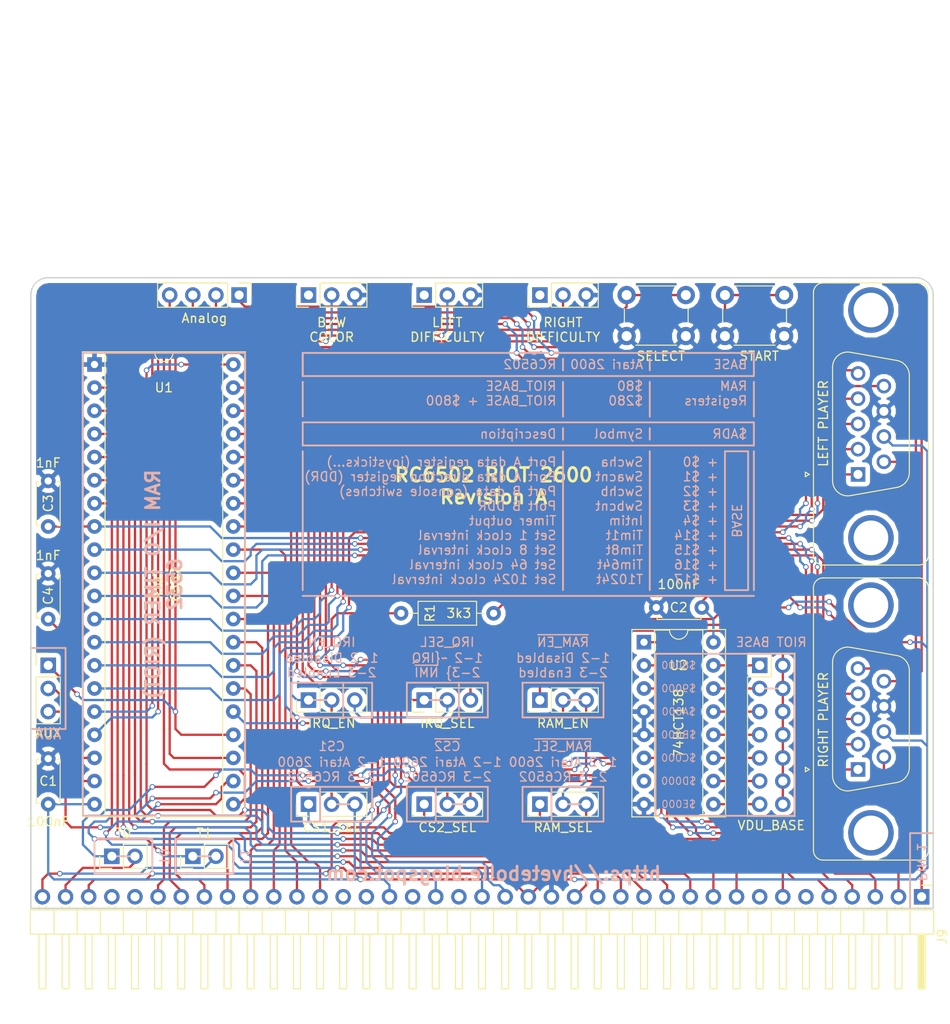
<source format=kicad_pcb>
(kicad_pcb (version 4) (host pcbnew 4.0.7)
  (layers (0 F.Cu signal) (31 B.Cu signal) (34 B.Paste user) (35 F.Paste user) (36 B.SilkS user) (37 F.SilkS user) (38 B.Mask user) (39 F.Mask user) (44 Edge.Cuts user))
  (net 0 "")
  (net 1 VCC)
  (net 2 "Net-(J2-Pad1)")
  (net 3 "Net-(J2-Pad3)")
  (net 4 "Net-(J2-Pad5)")
  (net 5 "Net-(J2-Pad7)")
  (net 6 "Net-(J2-Pad9)")
  (net 7 GND)
  (net 8 "Net-(J2-Pad11)")
  (net 9 "Net-(J2-Pad13)")
  (net 10 /P0)
  (net 11 /P1)
  (net 12 /P2)
  (net 13 /P3)
  (net 14 /A7)
  (net 15 /A5)
  (net 16 /A4)
  (net 17 /A3)
  (net 18 /A2)
  (net 19 /A1)
  (net 20 /A0)
  (net 21 /PHI2)
  (net 22 /R/~W)
  (net 23 /D0)
  (net 24 /D1)
  (net 25 /D2)
  (net 26 /D3)
  (net 27 /D4)
  (net 28 /D5)
  (net 29 /D6)
  (net 30 /D7)
  (net 31 "Net-(J9-Pad38)")
  (net 32 "Net-(J9-Pad39)")
  (net 33 "Net-(JP1-Pad1)")
  (net 34 /T1)
  (net 35 /T0)
  (net 36 /A15)
  (net 37 /A14)
  (net 38 /A13)
  (net 39 /A12)
  (net 40 /PA0)
  (net 41 /PB0)
  (net 42 /PA4)
  (net 43 /PA5)
  (net 44 /PA6)
  (net 45 /PA7)
  (net 46 RIOT_BASE)
  (net 47 /PA1)
  (net 48 /PA2)
  (net 49 /PA3)
  (net 50 /PB5)
  (net 51 /PB4)
  (net 52 /PB2)
  (net 53 /A11)
  (net 54 /A9)
  (net 55 /A6)
  (net 56 /~RES)
  (net 57 /IRQ_IN)
  (net 58 /NMI_IN)
  (net 59 /~IRQ)
  (net 60 "Net-(JP1-Pad3)")
  (net 61 /CS1)
  (net 62 /~CS2)
  (net 63 /~RS)
  (net 64 /PB3)
  (net 65 /PB6)
  (net 66 /PB7)
  (net 67 /PB1)
  (net 68 "Net-(JP11-Pad3)")
  (module Capacitors_THT:C_Disc_D4.7mm_W2.5mm_P5.00mm (layer F.Cu) (at 54.61 132.715 90)
    (fp_text reference C1 (at 2.54 0 180) (layer F.SilkS))
    (fp_text value 100nF (at -1.905 0 180) (layer F.SilkS))
    (pad 1 thru_hole circle (at 0 0 90) (size 1.6 1.6) (drill 0.8) (layers *.Cu *.Mask) (net 1 VCC))
    (pad 2 thru_hole circle (at 5 0 90) (size 1.6 1.6) (drill 0.8) (layers *.Cu *.Mask) (net 7 GND))
  )
  (module Capacitors_THT:C_Disc_D4.7mm_W2.5mm_P5.00mm (layer F.Cu) (at 126.365 111.125 180)
    (fp_text reference C2 (at 2.54 0 360) (layer F.SilkS))
    (fp_text value 100nF (at 2.54 2.54 180) (layer F.SilkS))
    (pad 1 thru_hole circle (at 0 0 180) (size 1.6 1.6) (drill 0.8) (layers *.Cu *.Mask) (net 1 VCC))
    (pad 2 thru_hole circle (at 5 0 180) (size 1.6 1.6) (drill 0.8) (layers *.Cu *.Mask) (net 7 GND))
  )
  (module Housings_DIP:DIP-16_W7.62mm_Socket (layer F.Cu) (at 120.015 114.935)
    (fp_text reference U2 (at 3.81 2.54) (layer F.SilkS))
    (fp_text value 74HCT138 (at 3.81 8.89 90) (layer F.SilkS))
    (pad 1 thru_hole rect (at 0 0) (size 1.6 1.6) (drill 0.8) (layers *.Cu *.Mask) (net 39 /A12))
    (pad 9 thru_hole oval (at 7.62 17.78) (size 1.6 1.6) (drill 0.8) (layers *.Cu *.Mask) (net 9 "Net-(J2-Pad13)"))
    (pad 2 thru_hole oval (at 0 2.54) (size 1.6 1.6) (drill 0.8) (layers *.Cu *.Mask) (net 38 /A13))
    (pad 10 thru_hole oval (at 7.62 15.24) (size 1.6 1.6) (drill 0.8) (layers *.Cu *.Mask) (net 8 "Net-(J2-Pad11)"))
    (pad 3 thru_hole oval (at 0 5.08) (size 1.6 1.6) (drill 0.8) (layers *.Cu *.Mask) (net 37 /A14))
    (pad 11 thru_hole oval (at 7.62 12.7) (size 1.6 1.6) (drill 0.8) (layers *.Cu *.Mask) (net 6 "Net-(J2-Pad9)"))
    (pad 4 thru_hole oval (at 0 7.62) (size 1.6 1.6) (drill 0.8) (layers *.Cu *.Mask) (net 7 GND))
    (pad 12 thru_hole oval (at 7.62 10.16) (size 1.6 1.6) (drill 0.8) (layers *.Cu *.Mask) (net 5 "Net-(J2-Pad7)"))
    (pad 5 thru_hole oval (at 0 10.16) (size 1.6 1.6) (drill 0.8) (layers *.Cu *.Mask) (net 7 GND))
    (pad 13 thru_hole oval (at 7.62 7.62) (size 1.6 1.6) (drill 0.8) (layers *.Cu *.Mask) (net 4 "Net-(J2-Pad5)"))
    (pad 6 thru_hole oval (at 0 12.7) (size 1.6 1.6) (drill 0.8) (layers *.Cu *.Mask) (net 36 /A15))
    (pad 14 thru_hole oval (at 7.62 5.08) (size 1.6 1.6) (drill 0.8) (layers *.Cu *.Mask) (net 3 "Net-(J2-Pad3)"))
    (pad 7 thru_hole oval (at 0 15.24) (size 1.6 1.6) (drill 0.8) (layers *.Cu *.Mask))
    (pad 15 thru_hole oval (at 7.62 2.54) (size 1.6 1.6) (drill 0.8) (layers *.Cu *.Mask) (net 2 "Net-(J2-Pad1)"))
    (pad 8 thru_hole oval (at 0 17.78) (size 1.6 1.6) (drill 0.8) (layers *.Cu *.Mask) (net 7 GND))
    (pad 16 thru_hole oval (at 7.62 0) (size 1.6 1.6) (drill 0.8) (layers *.Cu *.Mask) (net 1 VCC))
  )
  (module Pin_Headers:Pin_Header_Straight_2x07_Pitch2.54mm (layer F.Cu) (at 132.715 117.475)
    (fp_text reference J2)
    (fp_text value VDU_BASE (at 1.27 17.57) (layer F.SilkS))
    (pad 1 thru_hole rect (at 0 0) (size 1.7 1.7) (drill 1) (layers *.Cu *.Mask) (net 2 "Net-(J2-Pad1)"))
    (pad 2 thru_hole oval (at 2.54 0) (size 1.7 1.7) (drill 1) (layers *.Cu *.Mask) (net 46 RIOT_BASE))
    (pad 3 thru_hole oval (at 0 2.54) (size 1.7 1.7) (drill 1) (layers *.Cu *.Mask) (net 3 "Net-(J2-Pad3)"))
    (pad 4 thru_hole oval (at 2.54 2.54) (size 1.7 1.7) (drill 1) (layers *.Cu *.Mask) (net 46 RIOT_BASE))
    (pad 5 thru_hole oval (at 0 5.08) (size 1.7 1.7) (drill 1) (layers *.Cu *.Mask) (net 4 "Net-(J2-Pad5)"))
    (pad 6 thru_hole oval (at 2.54 5.08) (size 1.7 1.7) (drill 1) (layers *.Cu *.Mask) (net 46 RIOT_BASE))
    (pad 7 thru_hole oval (at 0 7.62) (size 1.7 1.7) (drill 1) (layers *.Cu *.Mask) (net 5 "Net-(J2-Pad7)"))
    (pad 8 thru_hole oval (at 2.54 7.62) (size 1.7 1.7) (drill 1) (layers *.Cu *.Mask) (net 46 RIOT_BASE))
    (pad 9 thru_hole oval (at 0 10.16) (size 1.7 1.7) (drill 1) (layers *.Cu *.Mask) (net 6 "Net-(J2-Pad9)"))
    (pad 10 thru_hole oval (at 2.54 10.16) (size 1.7 1.7) (drill 1) (layers *.Cu *.Mask) (net 46 RIOT_BASE))
    (pad 11 thru_hole oval (at 0 12.7) (size 1.7 1.7) (drill 1) (layers *.Cu *.Mask) (net 8 "Net-(J2-Pad11)"))
    (pad 12 thru_hole oval (at 2.54 12.7) (size 1.7 1.7) (drill 1) (layers *.Cu *.Mask) (net 46 RIOT_BASE))
    (pad 13 thru_hole oval (at 0 15.24) (size 1.7 1.7) (drill 1) (layers *.Cu *.Mask) (net 9 "Net-(J2-Pad13)"))
    (pad 14 thru_hole oval (at 2.54 15.24) (size 1.7 1.7) (drill 1) (layers *.Cu *.Mask) (net 46 RIOT_BASE))
  )
  (module Capacitors_THT:C_Disc_D4.7mm_W2.5mm_P5.00mm (layer F.Cu) (at 54.61 102.235 90)
    (fp_text reference C3 (at 2.54 0 90) (layer F.SilkS))
    (fp_text value 1nF (at 6.985 0 180) (layer F.SilkS))
    (pad 1 thru_hole circle (at 0 0 90) (size 1.6 1.6) (drill 0.8) (layers *.Cu *.Mask) (net 40 /PA0))
    (pad 2 thru_hole circle (at 5 0 90) (size 1.6 1.6) (drill 0.8) (layers *.Cu *.Mask) (net 7 GND))
  )
  (module Capacitors_THT:C_Disc_D4.7mm_W2.5mm_P5.00mm (layer F.Cu) (at 54.61 112.395 90)
    (fp_text reference C4 (at 2.54 0 90) (layer F.SilkS))
    (fp_text value 1nF (at 6.985 0 180) (layer F.SilkS))
    (pad 1 thru_hole circle (at 0 0 90) (size 1.6 1.6) (drill 0.8) (layers *.Cu *.Mask) (net 41 /PB0))
    (pad 2 thru_hole circle (at 5 0 90) (size 1.6 1.6) (drill 0.8) (layers *.Cu *.Mask) (net 7 GND))
  )
  (module Pin_Headers:Pin_Header_Angled_1x39_Pitch2.54mm (layer F.Cu) (at 150.495 142.875 270)
    (fp_text reference J9 (at 4.385 -2.27 270) (layer F.SilkS))
    (fp_text value RC6502_Backplane_Extra)
    (pad 1 thru_hole rect (at 0 0 270) (size 1.7 1.7) (drill 1) (layers *.Cu *.Mask) (net 36 /A15))
    (pad 2 thru_hole oval (at 0 2.54 270) (size 1.7 1.7) (drill 1) (layers *.Cu *.Mask) (net 37 /A14))
    (pad 3 thru_hole oval (at 0 5.08 270) (size 1.7 1.7) (drill 1) (layers *.Cu *.Mask) (net 38 /A13))
    (pad 4 thru_hole oval (at 0 7.62 270) (size 1.7 1.7) (drill 1) (layers *.Cu *.Mask) (net 39 /A12))
    (pad 5 thru_hole oval (at 0 10.16 270) (size 1.7 1.7) (drill 1) (layers *.Cu *.Mask) (net 53 /A11))
    (pad 6 thru_hole oval (at 0 12.7 270) (size 1.7 1.7) (drill 1) (layers *.Cu *.Mask))
    (pad 7 thru_hole oval (at 0 15.24 270) (size 1.7 1.7) (drill 1) (layers *.Cu *.Mask) (net 54 /A9))
    (pad 8 thru_hole oval (at 0 17.78 270) (size 1.7 1.7) (drill 1) (layers *.Cu *.Mask))
    (pad 9 thru_hole oval (at 0 20.32 270) (size 1.7 1.7) (drill 1) (layers *.Cu *.Mask) (net 14 /A7))
    (pad 10 thru_hole oval (at 0 22.86 270) (size 1.7 1.7) (drill 1) (layers *.Cu *.Mask) (net 55 /A6))
    (pad 11 thru_hole oval (at 0 25.4 270) (size 1.7 1.7) (drill 1) (layers *.Cu *.Mask) (net 15 /A5))
    (pad 12 thru_hole oval (at 0 27.94 270) (size 1.7 1.7) (drill 1) (layers *.Cu *.Mask) (net 16 /A4))
    (pad 13 thru_hole oval (at 0 30.48 270) (size 1.7 1.7) (drill 1) (layers *.Cu *.Mask) (net 17 /A3))
    (pad 14 thru_hole oval (at 0 33.02 270) (size 1.7 1.7) (drill 1) (layers *.Cu *.Mask) (net 18 /A2))
    (pad 15 thru_hole oval (at 0 35.56 270) (size 1.7 1.7) (drill 1) (layers *.Cu *.Mask) (net 19 /A1))
    (pad 16 thru_hole oval (at 0 38.1 270) (size 1.7 1.7) (drill 1) (layers *.Cu *.Mask) (net 20 /A0))
    (pad 17 thru_hole oval (at 0 40.64 270) (size 1.7 1.7) (drill 1) (layers *.Cu *.Mask) (net 7 GND))
    (pad 18 thru_hole oval (at 0 43.18 270) (size 1.7 1.7) (drill 1) (layers *.Cu *.Mask) (net 1 VCC))
    (pad 19 thru_hole oval (at 0 45.72 270) (size 1.7 1.7) (drill 1) (layers *.Cu *.Mask) (net 21 /PHI2))
    (pad 20 thru_hole oval (at 0 48.26 270) (size 1.7 1.7) (drill 1) (layers *.Cu *.Mask) (net 56 /~RES))
    (pad 21 thru_hole oval (at 0 50.8 270) (size 1.7 1.7) (drill 1) (layers *.Cu *.Mask))
    (pad 22 thru_hole oval (at 0 53.34 270) (size 1.7 1.7) (drill 1) (layers *.Cu *.Mask) (net 57 /IRQ_IN))
    (pad 23 thru_hole oval (at 0 55.88 270) (size 1.7 1.7) (drill 1) (layers *.Cu *.Mask))
    (pad 24 thru_hole oval (at 0 58.42 270) (size 1.7 1.7) (drill 1) (layers *.Cu *.Mask) (net 22 /R/~W))
    (pad 25 thru_hole oval (at 0 60.96 270) (size 1.7 1.7) (drill 1) (layers *.Cu *.Mask))
    (pad 26 thru_hole oval (at 0 63.5 270) (size 1.7 1.7) (drill 1) (layers *.Cu *.Mask))
    (pad 27 thru_hole oval (at 0 66.04 270) (size 1.7 1.7) (drill 1) (layers *.Cu *.Mask) (net 23 /D0))
    (pad 28 thru_hole oval (at 0 68.58 270) (size 1.7 1.7) (drill 1) (layers *.Cu *.Mask) (net 24 /D1))
    (pad 29 thru_hole oval (at 0 71.12 270) (size 1.7 1.7) (drill 1) (layers *.Cu *.Mask) (net 25 /D2))
    (pad 30 thru_hole oval (at 0 73.66 270) (size 1.7 1.7) (drill 1) (layers *.Cu *.Mask) (net 26 /D3))
    (pad 31 thru_hole oval (at 0 76.2 270) (size 1.7 1.7) (drill 1) (layers *.Cu *.Mask) (net 27 /D4))
    (pad 32 thru_hole oval (at 0 78.74 270) (size 1.7 1.7) (drill 1) (layers *.Cu *.Mask) (net 28 /D5))
    (pad 33 thru_hole oval (at 0 81.28 270) (size 1.7 1.7) (drill 1) (layers *.Cu *.Mask) (net 29 /D6))
    (pad 34 thru_hole oval (at 0 83.82 270) (size 1.7 1.7) (drill 1) (layers *.Cu *.Mask) (net 30 /D7))
    (pad 35 thru_hole oval (at 0 86.36 270) (size 1.7 1.7) (drill 1) (layers *.Cu *.Mask))
    (pad 36 thru_hole oval (at 0 88.9 270) (size 1.7 1.7) (drill 1) (layers *.Cu *.Mask))
    (pad 37 thru_hole oval (at 0 91.44 270) (size 1.7 1.7) (drill 1) (layers *.Cu *.Mask) (net 58 /NMI_IN))
    (pad 38 thru_hole oval (at 0 93.98 270) (size 1.7 1.7) (drill 1) (layers *.Cu *.Mask) (net 31 "Net-(J9-Pad38)"))
    (pad 39 thru_hole oval (at 0 96.52 270) (size 1.7 1.7) (drill 1) (layers *.Cu *.Mask) (net 32 "Net-(J9-Pad39)"))
  )
  (module Pin_Headers:Pin_Header_Straight_1x03_Pitch2.54mm (layer F.Cu) (at 83.185 132.715 90)
    (fp_text reference JP2)
    (fp_text value CS1_SEL (at -2.54 2.54 180) (layer F.SilkS))
    (pad 1 thru_hole rect (at 0 0 90) (size 1.7 1.7) (drill 1) (layers *.Cu *.Mask) (net 14 /A7))
    (pad 2 thru_hole oval (at 0 2.54 90) (size 1.7 1.7) (drill 1) (layers *.Cu *.Mask) (net 61 /CS1))
    (pad 3 thru_hole oval (at 0 5.08 90) (size 1.7 1.7) (drill 1) (layers *.Cu *.Mask) (net 1 VCC))
  )
  (module Pin_Headers:Pin_Header_Straight_1x03_Pitch2.54mm (layer F.Cu) (at 95.885 132.715 90)
    (fp_text reference JP3)
    (fp_text value CS2_SEL (at -2.54 2.54 180) (layer F.SilkS))
    (pad 1 thru_hole rect (at 0 0 90) (size 1.7 1.7) (drill 1) (layers *.Cu *.Mask) (net 39 /A12))
    (pad 2 thru_hole oval (at 0 2.54 90) (size 1.7 1.7) (drill 1) (layers *.Cu *.Mask) (net 62 /~CS2))
    (pad 3 thru_hole oval (at 0 5.08 90) (size 1.7 1.7) (drill 1) (layers *.Cu *.Mask) (net 46 RIOT_BASE))
  )
  (module Pin_Headers:Pin_Header_Straight_1x02_Pitch2.54mm (layer F.Cu) (at 70.485 138.43 90)
    (fp_text reference JP4)
    (fp_text value T1_EN)
    (pad 1 thru_hole rect (at 0 0 90) (size 1.7 1.7) (drill 1) (layers *.Cu *.Mask) (net 34 /T1))
    (pad 2 thru_hole oval (at 0 2.54 90) (size 1.7 1.7) (drill 1) (layers *.Cu *.Mask) (net 32 "Net-(J9-Pad39)"))
  )
  (module Pin_Headers:Pin_Header_Straight_1x02_Pitch2.54mm (layer F.Cu) (at 61.595 138.43 90)
    (fp_text reference JP5)
    (fp_text value T0_EN)
    (pad 1 thru_hole rect (at 0 0 90) (size 1.7 1.7) (drill 1) (layers *.Cu *.Mask) (net 35 /T0))
    (pad 2 thru_hole oval (at 0 2.54 90) (size 1.7 1.7) (drill 1) (layers *.Cu *.Mask) (net 31 "Net-(J9-Pad38)"))
  )
  (module Resistors_THT:R_Axial_DIN0207_L6.3mm_D2.5mm_P10.16mm_Horizontal (layer F.Cu) (at 103.505 111.76 180)
    (fp_text reference R1 (at 6.985 0 270) (layer F.SilkS))
    (fp_text value 3k3 (at 3.81 0 180) (layer F.SilkS))
    (pad 1 thru_hole circle (at 0 0 180) (size 1.6 1.6) (drill 0.8) (layers *.Cu *.Mask) (net 1 VCC))
    (pad 2 thru_hole oval (at 10.16 0 180) (size 1.6 1.6) (drill 0.8) (layers *.Cu *.Mask) (net 33 "Net-(JP1-Pad1)"))
  )
  (module Housings_DIP:DIP-40_W15.24mm_Socket (layer F.Cu) (at 59.69 84.455)
    (fp_text reference U1 (at 7.62 2.54) (layer F.SilkS))
    (fp_text value RIOT (at 6.985 24.13 90) (layer F.SilkS))
    (pad 1 thru_hole rect (at 0 0) (size 1.6 1.6) (drill 0.8) (layers *.Cu *.Mask) (net 7 GND))
    (pad 21 thru_hole oval (at 15.24 48.26) (size 1.6 1.6) (drill 0.8) (layers *.Cu *.Mask) (net 64 /PB3))
    (pad 2 thru_hole oval (at 0 2.54) (size 1.6 1.6) (drill 0.8) (layers *.Cu *.Mask) (net 15 /A5))
    (pad 22 thru_hole oval (at 15.24 45.72) (size 1.6 1.6) (drill 0.8) (layers *.Cu *.Mask) (net 52 /PB2))
    (pad 3 thru_hole oval (at 0 5.08) (size 1.6 1.6) (drill 0.8) (layers *.Cu *.Mask) (net 16 /A4))
    (pad 23 thru_hole oval (at 15.24 43.18) (size 1.6 1.6) (drill 0.8) (layers *.Cu *.Mask) (net 67 /PB1))
    (pad 4 thru_hole oval (at 0 7.62) (size 1.6 1.6) (drill 0.8) (layers *.Cu *.Mask) (net 17 /A3))
    (pad 24 thru_hole oval (at 15.24 40.64) (size 1.6 1.6) (drill 0.8) (layers *.Cu *.Mask) (net 41 /PB0))
    (pad 5 thru_hole oval (at 0 10.16) (size 1.6 1.6) (drill 0.8) (layers *.Cu *.Mask) (net 18 /A2))
    (pad 25 thru_hole oval (at 15.24 38.1) (size 1.6 1.6) (drill 0.8) (layers *.Cu *.Mask) (net 59 /~IRQ))
    (pad 6 thru_hole oval (at 0 12.7) (size 1.6 1.6) (drill 0.8) (layers *.Cu *.Mask) (net 19 /A1))
    (pad 26 thru_hole oval (at 15.24 35.56) (size 1.6 1.6) (drill 0.8) (layers *.Cu *.Mask) (net 30 /D7))
    (pad 7 thru_hole oval (at 0 15.24) (size 1.6 1.6) (drill 0.8) (layers *.Cu *.Mask) (net 20 /A0))
    (pad 27 thru_hole oval (at 15.24 33.02) (size 1.6 1.6) (drill 0.8) (layers *.Cu *.Mask) (net 29 /D6))
    (pad 8 thru_hole oval (at 0 17.78) (size 1.6 1.6) (drill 0.8) (layers *.Cu *.Mask) (net 40 /PA0))
    (pad 28 thru_hole oval (at 15.24 30.48) (size 1.6 1.6) (drill 0.8) (layers *.Cu *.Mask) (net 28 /D5))
    (pad 9 thru_hole oval (at 0 20.32) (size 1.6 1.6) (drill 0.8) (layers *.Cu *.Mask) (net 47 /PA1))
    (pad 29 thru_hole oval (at 15.24 27.94) (size 1.6 1.6) (drill 0.8) (layers *.Cu *.Mask) (net 27 /D4))
    (pad 10 thru_hole oval (at 0 22.86) (size 1.6 1.6) (drill 0.8) (layers *.Cu *.Mask) (net 48 /PA2))
    (pad 30 thru_hole oval (at 15.24 25.4) (size 1.6 1.6) (drill 0.8) (layers *.Cu *.Mask) (net 26 /D3))
    (pad 11 thru_hole oval (at 0 25.4) (size 1.6 1.6) (drill 0.8) (layers *.Cu *.Mask) (net 49 /PA3))
    (pad 31 thru_hole oval (at 15.24 22.86) (size 1.6 1.6) (drill 0.8) (layers *.Cu *.Mask) (net 25 /D2))
    (pad 12 thru_hole oval (at 0 27.94) (size 1.6 1.6) (drill 0.8) (layers *.Cu *.Mask) (net 42 /PA4))
    (pad 32 thru_hole oval (at 15.24 20.32) (size 1.6 1.6) (drill 0.8) (layers *.Cu *.Mask) (net 24 /D1))
    (pad 13 thru_hole oval (at 0 30.48) (size 1.6 1.6) (drill 0.8) (layers *.Cu *.Mask) (net 43 /PA5))
    (pad 33 thru_hole oval (at 15.24 17.78) (size 1.6 1.6) (drill 0.8) (layers *.Cu *.Mask) (net 23 /D0))
    (pad 14 thru_hole oval (at 0 33.02) (size 1.6 1.6) (drill 0.8) (layers *.Cu *.Mask) (net 44 /PA6))
    (pad 34 thru_hole oval (at 15.24 15.24) (size 1.6 1.6) (drill 0.8) (layers *.Cu *.Mask) (net 56 /~RES))
    (pad 15 thru_hole oval (at 0 35.56) (size 1.6 1.6) (drill 0.8) (layers *.Cu *.Mask) (net 45 /PA7))
    (pad 35 thru_hole oval (at 15.24 12.7) (size 1.6 1.6) (drill 0.8) (layers *.Cu *.Mask) (net 22 /R/~W))
    (pad 16 thru_hole oval (at 0 38.1) (size 1.6 1.6) (drill 0.8) (layers *.Cu *.Mask) (net 66 /PB7))
    (pad 36 thru_hole oval (at 15.24 10.16) (size 1.6 1.6) (drill 0.8) (layers *.Cu *.Mask) (net 63 /~RS))
    (pad 17 thru_hole oval (at 0 40.64) (size 1.6 1.6) (drill 0.8) (layers *.Cu *.Mask) (net 65 /PB6))
    (pad 37 thru_hole oval (at 15.24 7.62) (size 1.6 1.6) (drill 0.8) (layers *.Cu *.Mask) (net 62 /~CS2))
    (pad 18 thru_hole oval (at 0 43.18) (size 1.6 1.6) (drill 0.8) (layers *.Cu *.Mask) (net 50 /PB5))
    (pad 38 thru_hole oval (at 15.24 5.08) (size 1.6 1.6) (drill 0.8) (layers *.Cu *.Mask) (net 61 /CS1))
    (pad 19 thru_hole oval (at 0 45.72) (size 1.6 1.6) (drill 0.8) (layers *.Cu *.Mask) (net 51 /PB4))
    (pad 39 thru_hole oval (at 15.24 2.54) (size 1.6 1.6) (drill 0.8) (layers *.Cu *.Mask) (net 21 /PHI2))
    (pad 20 thru_hole oval (at 0 48.26) (size 1.6 1.6) (drill 0.8) (layers *.Cu *.Mask) (net 1 VCC))
    (pad 40 thru_hole oval (at 15.24 0) (size 1.6 1.6) (drill 0.8) (layers *.Cu *.Mask) (net 55 /A6))
  )
  (module Pin_Headers:Pin_Header_Straight_1x04_Pitch2.54mm (layer F.Cu) (at 75.565 76.835 270)
    (fp_text reference J3)
    (fp_text value Analog (at 2.54 3.81 360) (layer F.SilkS))
    (pad 1 thru_hole rect (at 0 0 270) (size 1.7 1.7) (drill 1) (layers *.Cu *.Mask) (net 10 /P0))
    (pad 2 thru_hole oval (at 0 2.54 270) (size 1.7 1.7) (drill 1) (layers *.Cu *.Mask) (net 11 /P1))
    (pad 3 thru_hole oval (at 0 5.08 270) (size 1.7 1.7) (drill 1) (layers *.Cu *.Mask) (net 12 /P2))
    (pad 4 thru_hole oval (at 0 7.62 270) (size 1.7 1.7) (drill 1) (layers *.Cu *.Mask) (net 13 /P3))
  )
  (module RND_DSUB:DSUB-9_Male_Vertical_Pitch2.77x2.84mm (layer F.Cu) (at 143.51 96.52 90)
    (fp_text reference J1)
    (fp_text value "LEFT PLAYER" (at 5.588 -3.81 90) (layer F.SilkS))
    (pad 1 thru_hole rect (at 0 0 90) (size 1.6 1.6) (drill 1) (layers *.Cu *.Mask) (net 42 /PA4))
    (pad 2 thru_hole circle (at 2.77 0 90) (size 1.6 1.6) (drill 1) (layers *.Cu *.Mask) (net 43 /PA5))
    (pad 3 thru_hole circle (at 5.54 0 90) (size 1.6 1.6) (drill 1) (layers *.Cu *.Mask) (net 44 /PA6))
    (pad 4 thru_hole circle (at 8.31 0 90) (size 1.6 1.6) (drill 1) (layers *.Cu *.Mask) (net 45 /PA7))
    (pad 5 thru_hole circle (at 11.08 0 90) (size 1.6 1.6) (drill 1) (layers *.Cu *.Mask) (net 12 /P2))
    (pad 6 thru_hole circle (at 1.385 2.84 90) (size 1.6 1.6) (drill 1) (layers *.Cu *.Mask) (net 34 /T1))
    (pad 7 thru_hole circle (at 4.155 2.84 90) (size 1.6 1.6) (drill 1) (layers *.Cu *.Mask) (net 1 VCC))
    (pad 8 thru_hole circle (at 6.925 2.84 90) (size 1.6 1.6) (drill 1) (layers *.Cu *.Mask) (net 7 GND))
    (pad 9 thru_hole circle (at 9.695 2.84 90) (size 1.6 1.6) (drill 1) (layers *.Cu *.Mask) (net 13 /P3))
    (pad "" np_thru_hole circle (at 18.04 1.42 90) (size 5 5) (drill 3.8) (layers *.Cu *.Mask))
    (pad "" np_thru_hole circle (at -6.96 1.42 90) (size 5 5) (drill 3.8) (layers *.Cu *.Mask))
  )
  (module RND_DSUB:DSUB-9_Male_Vertical_Pitch2.77x2.84mm (layer F.Cu) (at 143.51 128.905 90)
    (fp_text reference J4)
    (fp_text value "RIGHT PLAYER" (at 5.461 -3.81 90) (layer F.SilkS))
    (pad 1 thru_hole rect (at 0 0 90) (size 1.6 1.6) (drill 1) (layers *.Cu *.Mask) (net 40 /PA0))
    (pad 2 thru_hole circle (at 2.77 0 90) (size 1.6 1.6) (drill 1) (layers *.Cu *.Mask) (net 47 /PA1))
    (pad 3 thru_hole circle (at 5.54 0 90) (size 1.6 1.6) (drill 1) (layers *.Cu *.Mask) (net 48 /PA2))
    (pad 4 thru_hole circle (at 8.31 0 90) (size 1.6 1.6) (drill 1) (layers *.Cu *.Mask) (net 49 /PA3))
    (pad 5 thru_hole circle (at 11.08 0 90) (size 1.6 1.6) (drill 1) (layers *.Cu *.Mask) (net 10 /P0))
    (pad 6 thru_hole circle (at 1.385 2.84 90) (size 1.6 1.6) (drill 1) (layers *.Cu *.Mask) (net 35 /T0))
    (pad 7 thru_hole circle (at 4.155 2.84 90) (size 1.6 1.6) (drill 1) (layers *.Cu *.Mask) (net 1 VCC))
    (pad 8 thru_hole circle (at 6.925 2.84 90) (size 1.6 1.6) (drill 1) (layers *.Cu *.Mask) (net 7 GND))
    (pad 9 thru_hole circle (at 9.695 2.84 90) (size 1.6 1.6) (drill 1) (layers *.Cu *.Mask) (net 11 /P1))
    (pad "" np_thru_hole circle (at 18.04 1.42 90) (size 5 5) (drill 3.8) (layers *.Cu *.Mask))
    (pad "" np_thru_hole circle (at -6.96 1.42 90) (size 5 5) (drill 3.8) (layers *.Cu *.Mask))
  )
  (module Pin_Headers:Pin_Header_Straight_1x03_Pitch2.54mm (layer F.Cu) (at 54.61 117.475)
    (fp_text reference J5)
    (fp_text value AUX (at 0 7.41) (layer F.SilkS))
    (pad 1 thru_hole rect (at 0 0) (size 1.7 1.7) (drill 1) (layers *.Cu *.Mask) (net 50 /PB5))
    (pad 2 thru_hole oval (at 0 2.54) (size 1.7 1.7) (drill 1) (layers *.Cu *.Mask) (net 51 /PB4))
    (pad 3 thru_hole oval (at 0 5.08) (size 1.7 1.7) (drill 1) (layers *.Cu *.Mask) (net 52 /PB2))
  )
  (module Pin_Headers:Pin_Header_Straight_1x03_Pitch2.54mm (layer F.Cu) (at 83.185 121.285 90)
    (fp_text reference JP1)
    (fp_text value IRQ_EN (at -2.54 2.54 180) (layer F.SilkS))
    (pad 1 thru_hole rect (at 0 0 90) (size 1.7 1.7) (drill 1) (layers *.Cu *.Mask) (net 33 "Net-(JP1-Pad1)"))
    (pad 2 thru_hole oval (at 0 2.54 90) (size 1.7 1.7) (drill 1) (layers *.Cu *.Mask) (net 59 /~IRQ))
    (pad 3 thru_hole oval (at 0 5.08 90) (size 1.7 1.7) (drill 1) (layers *.Cu *.Mask) (net 60 "Net-(JP1-Pad3)"))
  )
  (module Pin_Headers:Pin_Header_Straight_1x03_Pitch2.54mm (layer F.Cu) (at 95.885 121.285 90)
    (fp_text reference JP7)
    (fp_text value IRQ_SEL (at -2.54 2.54 180) (layer F.SilkS))
    (pad 1 thru_hole rect (at 0 0 90) (size 1.7 1.7) (drill 1) (layers *.Cu *.Mask) (net 57 /IRQ_IN))
    (pad 2 thru_hole oval (at 0 2.54 90) (size 1.7 1.7) (drill 1) (layers *.Cu *.Mask) (net 60 "Net-(JP1-Pad3)"))
    (pad 3 thru_hole oval (at 0 5.08 90) (size 1.7 1.7) (drill 1) (layers *.Cu *.Mask) (net 58 /NMI_IN))
  )
  (module Pin_Headers:Pin_Header_Straight_1x03_Pitch2.54mm (layer F.Cu) (at 83.185 76.835 90)
    (fp_text reference JP8 hide)
    (fp_text value B/W)
    (pad 1 thru_hole rect (at 0 0 90) (size 1.7 1.7) (drill 1) (layers *.Cu *.Mask))
    (pad 2 thru_hole oval (at 0 2.54 90) (size 1.7 1.7) (drill 1) (layers *.Cu *.Mask) (net 64 /PB3))
    (pad 3 thru_hole oval (at 0 5.08 90) (size 1.7 1.7) (drill 1) (layers *.Cu *.Mask) (net 7 GND))
  )
  (module Pin_Headers:Pin_Header_Straight_1x03_Pitch2.54mm (layer F.Cu) (at 95.885 76.835 90)
    (fp_text reference JP9 hide)
    (fp_text value L_DIFF)
    (pad 1 thru_hole rect (at 0 0 90) (size 1.7 1.7) (drill 1) (layers *.Cu *.Mask))
    (pad 2 thru_hole oval (at 0 2.54 90) (size 1.7 1.7) (drill 1) (layers *.Cu *.Mask) (net 65 /PB6))
    (pad 3 thru_hole oval (at 0 5.08 90) (size 1.7 1.7) (drill 1) (layers *.Cu *.Mask) (net 7 GND))
  )
  (module Pin_Headers:Pin_Header_Straight_1x03_Pitch2.54mm (layer F.Cu) (at 108.585 76.835 90)
    (fp_text reference JP10 hide)
    (fp_text value R_DIFF)
    (pad 1 thru_hole rect (at 0 0 90) (size 1.7 1.7) (drill 1) (layers *.Cu *.Mask))
    (pad 2 thru_hole oval (at 0 2.54 90) (size 1.7 1.7) (drill 1) (layers *.Cu *.Mask) (net 66 /PB7))
    (pad 3 thru_hole oval (at 0 5.08 90) (size 1.7 1.7) (drill 1) (layers *.Cu *.Mask) (net 7 GND))
  )
  (module Buttons_Switches_THT:SW_PUSH_6mm (layer F.Cu) (at 118.11 76.835)
    (fp_text reference SW1)
    (fp_text value SELECT (at 3.75 6.7) (layer F.SilkS))
    (pad 2 thru_hole circle (at 0 4.5 90) (size 2 2) (drill 1.1) (layers *.Cu *.Mask) (net 7 GND))
    (pad 1 thru_hole circle (at 0 0 90) (size 2 2) (drill 1.1) (layers *.Cu *.Mask) (net 67 /PB1))
    (pad 2 thru_hole circle (at 6.5 4.5 90) (size 2 2) (drill 1.1) (layers *.Cu *.Mask) (net 7 GND))
    (pad 1 thru_hole circle (at 6.5 0 90) (size 2 2) (drill 1.1) (layers *.Cu *.Mask) (net 67 /PB1))
  )
  (module Buttons_Switches_THT:SW_PUSH_6mm (layer F.Cu) (at 128.905 76.835)
    (fp_text reference SW2)
    (fp_text value START (at 3.75 6.7) (layer F.SilkS))
    (pad 2 thru_hole circle (at 0 4.5 90) (size 2 2) (drill 1.1) (layers *.Cu *.Mask) (net 7 GND))
    (pad 1 thru_hole circle (at 0 0 90) (size 2 2) (drill 1.1) (layers *.Cu *.Mask) (net 41 /PB0))
    (pad 2 thru_hole circle (at 6.5 4.5 90) (size 2 2) (drill 1.1) (layers *.Cu *.Mask) (net 7 GND))
    (pad 1 thru_hole circle (at 6.5 0 90) (size 2 2) (drill 1.1) (layers *.Cu *.Mask) (net 41 /PB0))
  )
  (module Pin_Headers:Pin_Header_Straight_1x03_Pitch2.54mm (layer F.Cu) (at 108.585 132.715 90)
    (fp_text reference JP6)
    (fp_text value RAM_SEL (at -2.54 2.54 180) (layer F.SilkS))
    (pad 1 thru_hole rect (at 0 0 90) (size 1.7 1.7) (drill 1) (layers *.Cu *.Mask) (net 54 /A9))
    (pad 2 thru_hole oval (at 0 2.54 90) (size 1.7 1.7) (drill 1) (layers *.Cu *.Mask) (net 68 "Net-(JP11-Pad3)"))
    (pad 3 thru_hole oval (at 0 5.08 90) (size 1.7 1.7) (drill 1) (layers *.Cu *.Mask) (net 53 /A11))
  )
  (module Pin_Headers:Pin_Header_Straight_1x03_Pitch2.54mm (layer F.Cu) (at 108.585 121.285 90)
    (fp_text reference JP11)
    (fp_text value RAM_EN (at -2.54 2.54 180) (layer F.SilkS))
    (pad 1 thru_hole rect (at 0 0 90) (size 1.7 1.7) (drill 1) (layers *.Cu *.Mask) (net 1 VCC))
    (pad 2 thru_hole oval (at 0 2.54 90) (size 1.7 1.7) (drill 1) (layers *.Cu *.Mask) (net 63 /~RS))
    (pad 3 thru_hole oval (at 0 5.08 90) (size 1.7 1.7) (drill 1) (layers *.Cu *.Mask) (net 68 "Net-(JP11-Pad3)"))
  )
  (gr_text AUX (at 54.61 125.095) (layer B.SilkS) (effects (font (size 1 1)) (justify mirror)))
  (gr_line (start 56.515 115.57) (end 52.705 115.57) (angle 90) (layer B.SilkS) (width 0.2))
  (gr_line (start 56.515 124.46) (end 56.515 115.57) (angle 90) (layer B.SilkS) (width 0.2))
  (gr_line (start 52.705 124.46) (end 56.515 124.46) (angle 90) (layer B.SilkS) (width 0.2))
  (gr_text T1 (at 76.2 138.43 270) (layer B.SilkS) (effects (font (size 1 1)) (justify mirror)))
  (gr_text T0 (at 67.31 138.43 270) (layer B.SilkS) (effects (font (size 1 1)) (justify mirror)))
  (gr_line (start 132.715 120.015) (end 135.255 120.015) (angle 90) (layer B.SilkS) (width 0.2))
  (gr_line (start 70.485 138.43) (end 73.025 138.43) (angle 90) (layer B.SilkS) (width 0.2))
  (gr_line (start 68.58 140.335) (end 68.58 136.525) (angle 90) (layer B.SilkS) (width 0.2))
  (gr_line (start 74.93 140.335) (end 68.58 140.335) (angle 90) (layer B.SilkS) (width 0.2))
  (gr_line (start 74.93 136.525) (end 74.93 140.335) (angle 90) (layer B.SilkS) (width 0.2))
  (gr_line (start 68.58 136.525) (end 74.93 136.525) (angle 90) (layer B.SilkS) (width 0.2))
  (gr_line (start 61.595 138.43) (end 64.135 138.43) (angle 90) (layer B.SilkS) (width 0.2))
  (gr_line (start 59.69 136.525) (end 59.69 140.335) (angle 90) (layer B.SilkS) (width 0.2))
  (gr_line (start 66.04 136.525) (end 59.69 136.525) (angle 90) (layer B.SilkS) (width 0.2))
  (gr_line (start 66.04 140.335) (end 66.04 136.525) (angle 90) (layer B.SilkS) (width 0.2))
  (gr_line (start 59.69 140.335) (end 66.04 140.335) (angle 90) (layer B.SilkS) (width 0.2))
  (gr_text T1 (at 71.755 135.89) (layer F.SilkS) (effects (font (size 1 1))))
  (gr_text T0 (at 62.865 135.89) (layer F.SilkS) (effects (font (size 1 1))))
  (gr_text https://hvetebolle.blogspot.com (at 103.505 140.335) (layer B.SilkS) (effects (font (size 1.5 1.5) (thickness 0.3)) (justify mirror)))
  (gr_line (start 132.08 89.535) (end 132.08 90.17) (angle 90) (layer B.SilkS) (width 0.2))
  (gr_line (start 120.65 90.17) (end 120.65 89.535) (angle 90) (layer B.SilkS) (width 0.2))
  (gr_line (start 111.125 90.17) (end 111.125 89.535) (angle 90) (layer B.SilkS) (width 0.2))
  (gr_line (start 82.55 89.535) (end 82.55 90.17) (angle 90) (layer B.SilkS) (width 0.2))
  (gr_line (start 120.65 85.09) (end 120.65 83.82) (angle 90) (layer B.SilkS) (width 0.2))
  (gr_line (start 111.125 85.09) (end 111.125 83.82) (angle 90) (layer B.SilkS) (width 0.2))
  (gr_line (start 111.125 91.44) (end 111.125 92.71) (angle 90) (layer B.SilkS) (width 0.2))
  (gr_line (start 120.65 91.44) (end 120.65 92.71) (angle 90) (layer B.SilkS) (width 0.2))
  (gr_line (start 82.55 109.855) (end 132.08 109.855) (angle 90) (layer B.SilkS) (width 0.2))
  (gr_line (start 82.55 93.98) (end 82.55 109.22) (angle 90) (layer B.SilkS) (width 0.2))
  (gr_line (start 82.55 86.36) (end 82.55 89.535) (angle 90) (layer B.SilkS) (width 0.2))
  (gr_line (start 132.08 89.535) (end 132.08 86.36) (angle 90) (layer B.SilkS) (width 0.2))
  (gr_line (start 132.08 109.22) (end 132.08 93.98) (angle 90) (layer B.SilkS) (width 0.2))
  (gr_line (start 120.65 93.98) (end 120.65 109.22) (angle 90) (layer B.SilkS) (width 0.2))
  (gr_line (start 120.65 86.36) (end 120.65 89.535) (angle 90) (layer B.SilkS) (width 0.2))
  (gr_line (start 111.125 89.535) (end 111.125 86.36) (angle 90) (layer B.SilkS) (width 0.2))
  (gr_line (start 111.125 93.98) (end 111.125 109.22) (angle 90) (layer B.SilkS) (width 0.2))
  (gr_text Description (at 110.49 92.075) (layer B.SilkS) (effects (font (size 1 1)) (justify left mirror)))
  (gr_text Symbol (at 120.015 92.075) (layer B.SilkS) (effects (font (size 1 1)) (justify left mirror)))
  (gr_text $ADR (at 131.445 92.075) (layer B.SilkS) (effects (font (size 1 1)) (justify left mirror)))
  (gr_line (start 82.55 90.805) (end 82.55 93.345) (angle 90) (layer B.SilkS) (width 0.2))
  (gr_line (start 132.08 90.805) (end 82.55 90.805) (angle 90) (layer B.SilkS) (width 0.2))
  (gr_line (start 132.08 93.345) (end 132.08 90.805) (angle 90) (layer B.SilkS) (width 0.2))
  (gr_line (start 132.08 93.345) (end 82.55 93.345) (angle 90) (layer B.SilkS) (width 0.2))
  (gr_line (start 82.55 85.725) (end 82.55 83.185) (angle 90) (layer B.SilkS) (width 0.2))
  (gr_text "RIOT_BASE\nRIOT_BASE + $800" (at 110.49 87.63) (layer B.SilkS) (effects (font (size 1 1)) (justify left mirror)))
  (gr_text "$80\n$280" (at 120.015 87.63) (layer B.SilkS) (effects (font (size 1 1)) (justify left mirror)))
  (gr_text "RAM\nRegisters" (at 131.445 87.63) (layer B.SilkS) (effects (font (size 1 1)) (justify left mirror)))
  (gr_line (start 132.08 83.185) (end 132.08 85.725) (angle 90) (layer B.SilkS) (width 0.2))
  (gr_line (start 82.55 83.185) (end 132.08 83.185) (angle 90) (layer B.SilkS) (width 0.2))
  (gr_line (start 82.55 85.725) (end 82.55 83.185) (angle 90) (layer B.SilkS) (width 0.2))
  (gr_line (start 132.08 85.725) (end 82.55 85.725) (angle 90) (layer B.SilkS) (width 0.2))
  (gr_line (start 128.905 93.98) (end 128.905 109.22) (angle 90) (layer B.SilkS) (width 0.2))
  (gr_line (start 131.445 93.98) (end 128.905 93.98) (angle 90) (layer B.SilkS) (width 0.2))
  (gr_line (start 131.445 109.22) (end 131.445 93.98) (angle 90) (layer B.SilkS) (width 0.2))
  (gr_line (start 128.905 109.22) (end 131.445 109.22) (angle 90) (layer B.SilkS) (width 0.2))
  (gr_text BASE (at 130.175 101.6 270) (layer B.SilkS) (effects (font (size 1 1)) (justify mirror)))
  (gr_text "Port A data register (joysticks...)\nPort A data direction register (DDR)\nPort B data (console switches)\nPort B DDR\nTimer output\nSet 1 clock interval\nSet 8 clock interval\nSet 64 clock interval\nSet 1024 clock interval" (at 110.49 101.6) (layer B.SilkS) (effects (font (size 1 1)) (justify left mirror)))
  (gr_text "Swcha\nSwacnt\nSwchb\nSwbcnt\nIntim\nTim1t\nTim8t\nTim64t\nT1024t" (at 120.015 101.6) (layer B.SilkS) (effects (font (size 1 1)) (justify left mirror)))
  (gr_text "+ $0\n+ $1\n+ $2\n+ $3\n+ $4\n+ $14\n+ $15\n+ $16\n+ $17" (at 128.27 101.6) (layer B.SilkS) (effects (font (size 1 1)) (justify left mirror)))
  (gr_text "Atari 2600" (at 120.015 84.455) (layer B.SilkS) (effects (font (size 1 1)) (justify left mirror)))
  (gr_text BASE (at 131.445 84.455) (layer B.SilkS) (effects (font (size 1 1)) (justify left mirror)))
  (gr_text RC6502 (at 110.49 84.455) (layer B.SilkS) (effects (font (size 1 1)) (justify left mirror)))
  (gr_text "RAM I/O TIMER (RIOT)\n6532" (at 67.31 108.585 90) (layer B.SilkS) (effects (font (size 1.5 1.5) (thickness 0.3)) (justify mirror)))
  (gr_text 6532 (at 68.58 108.585 90) (layer F.SilkS) (effects (font (size 1 1))))
  (gr_text "1-2 Disabled\n2-3 Enabled" (at 111.125 117.475) (layer B.SilkS) (effects (font (size 1 1)) (justify mirror)))
  (gr_line (start 98.425 121.285) (end 95.885 121.285) (angle 90) (layer B.SilkS) (width 0.2))
  (gr_line (start 99.695 119.38) (end 99.695 123.19) (angle 90) (layer B.SilkS) (width 0.2))
  (gr_line (start 83.185 121.285) (end 85.725 121.285) (angle 90) (layer B.SilkS) (width 0.2))
  (gr_line (start 86.995 119.38) (end 86.995 123.19) (angle 90) (layer B.SilkS) (width 0.2))
  (gr_text IRQ_EN (at 85.725 114.935) (layer B.SilkS) (effects (font (size 1 1)) (justify mirror)))
  (gr_text IRQ_SEL (at 98.425 114.935) (layer B.SilkS) (effects (font (size 1 1)) (justify mirror)))
  (gr_text "1-2 ~IRQ\n2-3 ~NMI" (at 98.425 117.475) (layer B.SilkS) (effects (font (size 1 1)) (justify mirror)))
  (gr_line (start 93.98 119.38) (end 93.98 123.19) (angle 90) (layer B.SilkS) (width 0.2))
  (gr_line (start 102.87 119.38) (end 93.98 119.38) (angle 90) (layer B.SilkS) (width 0.2))
  (gr_line (start 102.87 123.19) (end 102.87 119.38) (angle 90) (layer B.SilkS) (width 0.2))
  (gr_line (start 93.98 123.19) (end 102.87 123.19) (angle 90) (layer B.SilkS) (width 0.2))
  (gr_line (start 81.28 123.19) (end 81.28 119.38) (angle 90) (layer B.SilkS) (width 0.2))
  (gr_line (start 90.17 123.19) (end 81.28 123.19) (angle 90) (layer B.SilkS) (width 0.2))
  (gr_line (start 90.17 119.38) (end 90.17 123.19) (angle 90) (layer B.SilkS) (width 0.2))
  (gr_line (start 81.28 119.38) (end 90.17 119.38) (angle 90) (layer B.SilkS) (width 0.2))
  (gr_text ~RAM_EN (at 111.125 114.935) (layer B.SilkS) (effects (font (size 1 1)) (justify mirror)))
  (gr_text "1-2 Disabled\n2-3 Enabled" (at 85.725 117.475) (layer B.SilkS) (effects (font (size 1 1)) (justify mirror)))
  (gr_line (start 111.125 121.285) (end 113.665 121.285) (angle 90) (layer B.SilkS) (width 0.2))
  (gr_line (start 106.68 119.38) (end 106.68 123.19) (angle 90) (layer B.SilkS) (width 0.2))
  (gr_line (start 115.57 119.38) (end 106.68 119.38) (angle 90) (layer B.SilkS) (width 0.2))
  (gr_line (start 115.57 123.19) (end 115.57 119.38) (angle 90) (layer B.SilkS) (width 0.2))
  (gr_line (start 106.68 123.19) (end 115.57 123.19) (angle 90) (layer B.SilkS) (width 0.2))
  (gr_line (start 111.125 132.715) (end 113.665 132.715) (angle 90) (layer B.SilkS) (width 0.2))
  (gr_line (start 109.855 130.81) (end 109.855 134.62) (angle 90) (layer B.SilkS) (width 0.2))
  (gr_line (start 98.425 132.715) (end 100.965 132.715) (angle 90) (layer B.SilkS) (width 0.2))
  (gr_line (start 97.155 130.81) (end 97.155 134.62) (angle 90) (layer B.SilkS) (width 0.2))
  (gr_line (start 84.455 130.81) (end 84.455 134.62) (angle 90) (layer B.SilkS) (width 0.2))
  (gr_line (start 85.725 132.715) (end 88.265 132.715) (angle 90) (layer B.SilkS) (width 0.2))
  (gr_text "1-2 Atari 2600\n2-3 RC6502" (at 85.725 128.905) (layer B.SilkS) (effects (font (size 1 1)) (justify mirror)))
  (gr_text "1-2 Atari 2600\n2-3 RC6502" (at 98.425 128.905) (layer B.SilkS) (effects (font (size 1 1)) (justify mirror)))
  (gr_text "1-2 Atari 2600\n2-3 RC6502" (at 111.125 128.905) (layer B.SilkS) (effects (font (size 1 1)) (justify mirror)))
  (gr_text ~RAM_SEL (at 111.125 126.365) (layer B.SilkS) (effects (font (size 1 1)) (justify mirror)))
  (gr_text ~CS2 (at 98.425 126.365) (layer B.SilkS) (effects (font (size 1 1)) (justify mirror)))
  (gr_text CS1 (at 85.725 126.365) (layer B.SilkS) (effects (font (size 1 1)) (justify mirror)))
  (gr_line (start 115.57 130.81) (end 106.68 130.81) (angle 90) (layer B.SilkS) (width 0.2))
  (gr_line (start 115.57 134.62) (end 115.57 130.81) (angle 90) (layer B.SilkS) (width 0.2))
  (gr_line (start 106.68 134.62) (end 115.57 134.62) (angle 90) (layer B.SilkS) (width 0.2))
  (gr_line (start 106.68 130.81) (end 106.68 134.62) (angle 90) (layer B.SilkS) (width 0.2))
  (gr_line (start 93.98 134.62) (end 93.98 130.81) (angle 90) (layer B.SilkS) (width 0.2))
  (gr_line (start 102.87 134.62) (end 93.98 134.62) (angle 90) (layer B.SilkS) (width 0.2))
  (gr_line (start 102.87 130.81) (end 102.87 134.62) (angle 90) (layer B.SilkS) (width 0.2))
  (gr_line (start 93.98 130.81) (end 102.87 130.81) (angle 90) (layer B.SilkS) (width 0.2))
  (gr_line (start 90.17 130.81) (end 81.28 130.81) (angle 90) (layer B.SilkS) (width 0.2))
  (gr_line (start 90.17 134.62) (end 90.17 130.81) (angle 90) (layer B.SilkS) (width 0.2))
  (gr_line (start 81.28 134.62) (end 90.17 134.62) (angle 90) (layer B.SilkS) (width 0.2))
  (gr_line (start 81.28 130.81) (end 81.28 134.62) (angle 90) (layer B.SilkS) (width 0.2))
  (gr_text "B/W\nCOLOR" (at 85.725 80.645) (layer F.SilkS) (effects (font (size 1 1))))
  (gr_text "RIGHT\nDIFFICULTY" (at 111.125 80.645) (layer F.SilkS) (effects (font (size 1 1))))
  (gr_text "LEFT\nDIFFICULTY" (at 98.425 80.645) (layer F.SilkS) (effects (font (size 1 1))))
  (gr_line (start 151.765 83.185) (end 151.765 76.835) (angle 90) (layer Edge.Cuts) (width 0.15))
  (gr_line (start 132.08 74.93) (end 149.86 74.93) (angle 90) (layer Edge.Cuts) (width 0.15))
  (gr_text "RC6502 RIOT 2600\nRevision A" (at 103.505 97.79) (layer F.SilkS) (effects (font (size 1.5 1.5) (thickness 0.3))))
  (gr_text "PIN 1" (at 150.495 139.065 270) (layer B.SilkS) (effects (font (size 1 1)) (justify mirror)))
  (gr_line (start 149.225 135.89) (end 151.765 135.89) (angle 90) (layer B.SilkS) (width 0.2))
  (gr_line (start 149.225 144.145) (end 149.225 135.89) (angle 90) (layer B.SilkS) (width 0.2))
  (gr_line (start 76.2 83.185) (end 58.42 83.185) (angle 90) (layer B.SilkS) (width 0.2))
  (gr_line (start 76.2 133.985) (end 76.2 83.185) (angle 90) (layer B.SilkS) (width 0.2))
  (gr_line (start 58.42 133.985) (end 76.2 133.985) (angle 90) (layer B.SilkS) (width 0.2))
  (gr_line (start 58.42 83.185) (end 58.42 133.985) (angle 90) (layer B.SilkS) (width 0.2))
  (gr_text "RIOT BASE" (at 133.985 114.935) (layer B.SilkS) (effects (font (size 1 1)) (justify mirror)))
  (gr_line (start 151.765 83.185) (end 151.765 144.145) (angle 90) (layer Edge.Cuts) (width 0.15))
  (gr_line (start 132.08 74.93) (end 54.61 74.93) (angle 90) (layer Edge.Cuts) (width 0.15))
  (gr_line (start 52.705 144.145) (end 52.705 76.835) (angle 90) (layer Edge.Cuts) (width 0.15))
  (gr_arc (start 149.86 76.835) (end 149.86 74.93) (angle 90) (layer Edge.Cuts) (width 0.15))
  (gr_arc (start 54.61 76.835) (end 52.705 76.835) (angle 90) (layer Edge.Cuts) (width 0.15))
  (gr_line (start 136.525 133.985) (end 121.285 133.985) (angle 90) (layer B.SilkS) (width 0.2))
  (gr_line (start 136.525 116.205) (end 121.285 116.205) (angle 90) (layer B.SilkS) (width 0.2))
  (gr_line (start 136.525 133.985) (end 136.525 116.205) (angle 90) (layer B.SilkS) (width 0.2))
  (gr_line (start 121.285 116.205) (end 121.285 133.985) (angle 90) (layer B.SilkS) (width 0.2))
  (gr_text $E000 (at 123.825 132.715) (layer B.SilkS) (effects (font (size 0.8 0.8) (thickness 0.1)) (justify mirror)))
  (gr_text $D000 (at 123.825 130.175) (layer B.SilkS) (effects (font (size 0.8 0.8) (thickness 0.1)) (justify mirror)))
  (gr_text $C000 (at 123.825 127.635) (layer B.SilkS) (effects (font (size 0.8 0.8) (thickness 0.1)) (justify mirror)))
  (gr_text $A000 (at 123.825 122.555) (layer B.SilkS) (effects (font (size 0.8 0.8) (thickness 0.1)) (justify mirror)))
  (gr_text $9000 (at 123.825 120.015) (layer B.SilkS) (effects (font (size 0.8 0.8) (thickness 0.1)) (justify mirror)))
  (gr_text $8000 (at 123.825 117.475) (layer B.SilkS) (effects (font (size 0.8 0.8) (thickness 0.1)) (justify mirror)))
  (gr_text $B000 (at 123.825 125.095) (layer B.SilkS) (effects (font (size 0.8 0.8) (thickness 0.1)) (justify mirror)))
  (gr_line (start 151.765 144.145) (end 52.705 144.145) (angle 90) (layer Edge.Cuts) (width 0.15))
  (segment (start 126.365 111.125) (end 126.365 110.49) (width 0.25) (layer F.Cu) (net 1))
  (segment (start 126.365 110.49) (end 127 109.855) (width 0.25) (layer F.Cu) (net 1))
  (segment (start 125.095 109.855) (end 127 109.855) (width 0.25) (layer F.Cu) (net 1))
  (segment (start 127 109.855) (end 135.89 109.855) (width 0.25) (layer F.Cu) (net 1))
  (segment (start 135.89 109.855) (end 136.525 110.49) (width 0.25) (layer F.Cu) (net 1))
  (via (at 137.16 111.125) (size 0.6) (drill 0.4) (layers F.Cu B.Cu) (net 1))
  (segment (start 139.7 111.125) (end 140.335 111.76) (width 0.25) (layer B.Cu) (net 1))
  (segment (start 149.225 114.935) (end 150.495 114.935) (width 0.25) (layer B.Cu) (net 1))
  (segment (start 151.13 115.57) (end 150.495 114.935) (width 0.25) (layer B.Cu) (net 1))
  (segment (start 137.16 111.125) (end 139.7 111.125) (width 0.25) (layer B.Cu) (net 1))
  (via (at 140.335 111.76) (size 0.6) (drill 0.4) (layers F.Cu B.Cu) (net 1))
  (via (at 149.225 114.935) (size 0.6) (drill 0.4) (layers F.Cu B.Cu) (net 1))
  (segment (start 143.51 114.935) (end 140.335 111.76) (width 0.25) (layer F.Cu) (net 1))
  (segment (start 149.225 114.935) (end 143.51 114.935) (width 0.25) (layer F.Cu) (net 1))
  (segment (start 136.525 110.49) (end 137.16 111.125) (width 0.25) (layer F.Cu) (net 1))
  (segment (start 108.585 116.84) (end 108.585 110.49) (width 0.25) (layer F.Cu) (net 1))
  (segment (start 108.585 110.49) (end 109.22 109.855) (width 0.25) (layer F.Cu) (net 1))
  (segment (start 108.585 121.285) (end 108.585 116.84) (width 0.25) (layer F.Cu) (net 1))
  (segment (start 125.095 109.855) (end 109.22 109.855) (width 0.25) (layer F.Cu) (net 1))
  (segment (start 105.41 109.855) (end 103.505 111.76) (width 0.25) (layer F.Cu) (net 1))
  (segment (start 109.22 109.855) (end 106.68 109.855) (width 0.25) (layer F.Cu) (net 1))
  (segment (start 106.68 109.855) (end 105.41 109.855) (width 0.25) (layer F.Cu) (net 1))
  (segment (start 127.635 114.935) (end 127.635 112.395) (width 0.25) (layer B.Cu) (net 1))
  (segment (start 127.635 112.395) (end 126.365 111.125) (width 0.25) (layer B.Cu) (net 1))
  (segment (start 146.35 92.365) (end 146.35 92.375) (width 0.25) (layer B.Cu) (net 1))
  (segment (start 146.35 92.375) (end 147.32 93.345) (width 0.25) (layer B.Cu) (net 1))
  (segment (start 147.32 93.345) (end 150.495 93.345) (width 0.25) (layer B.Cu) (net 1))
  (segment (start 150.495 93.345) (end 151.13 93.98) (width 0.25) (layer B.Cu) (net 1))
  (segment (start 146.35 124.75) (end 146.35 124.76) (width 0.25) (layer B.Cu) (net 1))
  (segment (start 146.35 124.76) (end 147.32 125.73) (width 0.25) (layer B.Cu) (net 1))
  (segment (start 147.32 125.73) (end 150.495 125.73) (width 0.25) (layer B.Cu) (net 1))
  (segment (start 150.495 125.73) (end 151.13 126.365) (width 0.25) (layer B.Cu) (net 1))
  (segment (start 88.265 139.065) (end 88.265 140.335) (width 0.25) (layer B.Cu) (net 1))
  (segment (start 88.265 132.715) (end 88.265 139.065) (width 0.25) (layer B.Cu) (net 1))
  (segment (start 88.265 140.335) (end 88.9 140.97) (width 0.25) (layer B.Cu) (net 1))
  (segment (start 104.14 140.97) (end 88.9 140.97) (width 0.25) (layer F.Cu) (net 1))
  (segment (start 104.14 140.97) (end 105.41 140.97) (width 0.25) (layer F.Cu) (net 1))
  (segment (start 55.245 140.97) (end 54.61 140.335) (width 0.25) (layer B.Cu) (net 1))
  (segment (start 67.31 140.97) (end 55.245 140.97) (width 0.25) (layer B.Cu) (net 1))
  (segment (start 54.61 132.715) (end 54.61 140.335) (width 0.25) (layer B.Cu) (net 1))
  (segment (start 88.9 140.97) (end 70.485 140.97) (width 0.25) (layer B.Cu) (net 1))
  (segment (start 105.41 140.97) (end 107.315 142.875) (width 0.25) (layer F.Cu) (net 1))
  (segment (start 70.485 140.97) (end 67.31 140.97) (width 0.25) (layer B.Cu) (net 1))
  (via (at 88.9 140.97) (size 0.6) (drill 0.4) (layers F.Cu B.Cu) (net 1))
  (segment (start 118.745 140.97) (end 112.395 140.97) (width 0.25) (layer B.Cu) (net 1))
  (segment (start 149.86 140.97) (end 118.745 140.97) (width 0.25) (layer B.Cu) (net 1))
  (segment (start 112.395 140.97) (end 109.22 140.97) (width 0.25) (layer F.Cu) (net 1))
  (via (at 112.395 140.97) (size 0.6) (drill 0.4) (layers F.Cu B.Cu) (net 1))
  (segment (start 107.315 142.875) (end 109.22 140.97) (width 0.25) (layer F.Cu) (net 1))
  (segment (start 151.13 139.7) (end 151.13 126.365) (width 0.25) (layer B.Cu) (net 1))
  (segment (start 151.13 126.365) (end 151.13 115.57) (width 0.25) (layer B.Cu) (net 1))
  (segment (start 151.13 139.7) (end 149.86 140.97) (width 0.25) (layer B.Cu) (net 1))
  (segment (start 151.13 115.57) (end 151.13 111.76) (width 0.25) (layer B.Cu) (net 1))
  (segment (start 151.13 111.76) (end 151.13 93.98) (width 0.25) (layer B.Cu) (net 1))
  (segment (start 54.61 132.715) (end 59.69 132.715) (width 0.25) (layer B.Cu) (net 1))
  (segment (start 127.635 117.475) (end 132.715 117.475) (width 0.25) (layer F.Cu) (net 2))
  (segment (start 127.635 120.015) (end 132.715 120.015) (width 0.25) (layer F.Cu) (net 3))
  (segment (start 127.635 122.555) (end 132.715 122.555) (width 0.25) (layer F.Cu) (net 4))
  (segment (start 127.635 125.095) (end 132.715 125.095) (width 0.25) (layer F.Cu) (net 5))
  (segment (start 127.635 127.635) (end 132.715 127.635) (width 0.25) (layer F.Cu) (net 6))
  (segment (start 127.635 130.175) (end 132.715 130.175) (width 0.25) (layer F.Cu) (net 8))
  (segment (start 127.635 132.715) (end 132.715 132.715) (width 0.25) (layer F.Cu) (net 9))
  (segment (start 75.565 76.835) (end 75.565 77.47) (width 0.25) (layer F.Cu) (net 10))
  (segment (start 75.565 77.47) (end 76.2 78.105) (width 0.25) (layer F.Cu) (net 10))
  (segment (start 76.2 78.105) (end 78.105 78.105) (width 0.25) (layer F.Cu) (net 10))
  (segment (start 139.7 84.455) (end 140.97 84.455) (width 0.25) (layer F.Cu) (net 10))
  (segment (start 143.51 117.825) (end 148.875 117.825) (width 0.25) (layer F.Cu) (net 10))
  (segment (start 149.86 116.84) (end 149.86 109.855) (width 0.25) (layer F.Cu) (net 10))
  (segment (start 148.875 117.825) (end 149.86 116.84) (width 0.25) (layer F.Cu) (net 10))
  (segment (start 149.86 85.09) (end 149.86 109.855) (width 0.25) (layer F.Cu) (net 10))
  (segment (start 114.935 83.185) (end 116.205 84.455) (width 0.25) (layer F.Cu) (net 10))
  (segment (start 116.205 84.455) (end 139.7 84.455) (width 0.25) (layer F.Cu) (net 10))
  (segment (start 109.855 83.185) (end 107.95 81.28) (width 0.25) (layer B.Cu) (net 10))
  (segment (start 107.95 81.28) (end 107.95 79.375) (width 0.25) (layer B.Cu) (net 10))
  (via (at 107.95 79.375) (size 0.6) (drill 0.4) (layers F.Cu B.Cu) (net 10))
  (via (at 109.855 83.185) (size 0.6) (drill 0.4) (layers F.Cu B.Cu) (net 10))
  (segment (start 109.855 83.185) (end 114.935 83.185) (width 0.25) (layer F.Cu) (net 10))
  (segment (start 149.86 84.455) (end 149.86 85.09) (width 0.25) (layer F.Cu) (net 10))
  (segment (start 149.225 83.82) (end 149.86 84.455) (width 0.25) (layer F.Cu) (net 10))
  (segment (start 141.605 83.82) (end 149.225 83.82) (width 0.25) (layer F.Cu) (net 10))
  (segment (start 140.97 84.455) (end 141.605 83.82) (width 0.25) (layer F.Cu) (net 10))
  (segment (start 104.14 78.105) (end 106.68 78.105) (width 0.25) (layer F.Cu) (net 10))
  (segment (start 78.105 78.105) (end 81.915 78.105) (width 0.25) (layer F.Cu) (net 10))
  (segment (start 104.14 78.105) (end 81.915 78.105) (width 0.25) (layer F.Cu) (net 10))
  (segment (start 107.95 79.375) (end 107.95 79.375) (width 0.25) (layer F.Cu) (net 10))
  (segment (start 106.68 78.105) (end 107.95 79.375) (width 0.25) (layer F.Cu) (net 10))
  (segment (start 78.105 78.74) (end 73.66 78.74) (width 0.25) (layer F.Cu) (net 11))
  (segment (start 107.315 80.01) (end 106.045 78.74) (width 0.25) (layer F.Cu) (net 11))
  (via (at 107.315 80.01) (size 0.6) (drill 0.4) (layers F.Cu B.Cu) (net 11))
  (segment (start 102.235 78.74) (end 81.28 78.74) (width 0.25) (layer F.Cu) (net 11))
  (segment (start 78.105 78.74) (end 81.28 78.74) (width 0.25) (layer F.Cu) (net 11))
  (segment (start 102.235 78.74) (end 106.045 78.74) (width 0.25) (layer F.Cu) (net 11))
  (segment (start 73.025 78.105) (end 73.025 76.835) (width 0.25) (layer F.Cu) (net 11))
  (segment (start 73.66 78.74) (end 73.025 78.105) (width 0.25) (layer F.Cu) (net 11))
  (segment (start 139.7 83.82) (end 140.335 83.82) (width 0.25) (layer F.Cu) (net 11))
  (segment (start 115.57 82.55) (end 116.84 83.82) (width 0.25) (layer F.Cu) (net 11))
  (segment (start 116.84 83.82) (end 139.7 83.82) (width 0.25) (layer F.Cu) (net 11))
  (segment (start 107.315 81.915) (end 107.95 82.55) (width 0.25) (layer B.Cu) (net 11))
  (segment (start 107.315 80.01) (end 107.315 81.915) (width 0.25) (layer B.Cu) (net 11))
  (segment (start 107.95 82.55) (end 109.855 82.55) (width 0.25) (layer F.Cu) (net 11))
  (via (at 107.95 82.55) (size 0.6) (drill 0.4) (layers F.Cu B.Cu) (net 11))
  (segment (start 109.855 82.55) (end 115.57 82.55) (width 0.25) (layer F.Cu) (net 11))
  (segment (start 149.395 119.21) (end 150.495 118.11) (width 0.25) (layer F.Cu) (net 11))
  (segment (start 150.495 118.11) (end 150.495 83.82) (width 0.25) (layer F.Cu) (net 11))
  (segment (start 149.395 119.21) (end 146.35 119.21) (width 0.25) (layer F.Cu) (net 11))
  (segment (start 149.86 83.185) (end 150.495 83.82) (width 0.25) (layer F.Cu) (net 11))
  (segment (start 140.97 83.185) (end 149.86 83.185) (width 0.25) (layer F.Cu) (net 11))
  (segment (start 140.335 83.82) (end 140.97 83.185) (width 0.25) (layer F.Cu) (net 11))
  (segment (start 107.315 80.01) (end 107.315 80.01) (width 0.25) (layer B.Cu) (net 11))
  (segment (start 78.74 79.375) (end 71.12 79.375) (width 0.25) (layer F.Cu) (net 12))
  (segment (start 109.855 83.82) (end 114.3 83.82) (width 0.25) (layer F.Cu) (net 12))
  (segment (start 109.22 83.82) (end 109.855 83.82) (width 0.25) (layer F.Cu) (net 12))
  (segment (start 102.87 79.375) (end 105.41 79.375) (width 0.25) (layer F.Cu) (net 12))
  (segment (start 102.87 79.375) (end 78.74 79.375) (width 0.25) (layer F.Cu) (net 12))
  (via (at 106.68 82.55) (size 0.6) (drill 0.4) (layers F.Cu B.Cu) (net 12))
  (segment (start 106.68 80.645) (end 106.68 82.55) (width 0.25) (layer B.Cu) (net 12))
  (segment (start 106.045 80.01) (end 106.68 80.645) (width 0.25) (layer B.Cu) (net 12))
  (via (at 106.045 80.01) (size 0.6) (drill 0.4) (layers F.Cu B.Cu) (net 12))
  (segment (start 105.41 79.375) (end 106.045 80.01) (width 0.25) (layer F.Cu) (net 12))
  (segment (start 106.68 82.55) (end 107.315 83.185) (width 0.25) (layer F.Cu) (net 12))
  (segment (start 115.57 85.09) (end 137.795 85.09) (width 0.25) (layer F.Cu) (net 12))
  (segment (start 114.3 83.82) (end 115.57 85.09) (width 0.25) (layer F.Cu) (net 12))
  (segment (start 143.16 85.09) (end 137.795 85.09) (width 0.25) (layer F.Cu) (net 12))
  (segment (start 108.585 83.185) (end 109.22 83.82) (width 0.25) (layer F.Cu) (net 12))
  (segment (start 107.315 83.185) (end 108.585 83.185) (width 0.25) (layer F.Cu) (net 12))
  (segment (start 70.485 78.74) (end 70.485 76.835) (width 0.25) (layer F.Cu) (net 12))
  (segment (start 71.12 79.375) (end 70.485 78.74) (width 0.25) (layer F.Cu) (net 12))
  (segment (start 143.16 85.09) (end 143.51 85.44) (width 0.25) (layer F.Cu) (net 12))
  (segment (start 78.74 80.01) (end 68.58 80.01) (width 0.25) (layer F.Cu) (net 13))
  (segment (start 142.705 86.825) (end 141.605 85.725) (width 0.25) (layer F.Cu) (net 13))
  (segment (start 141.605 85.725) (end 139.7 85.725) (width 0.25) (layer F.Cu) (net 13))
  (segment (start 109.855 84.455) (end 113.665 84.455) (width 0.25) (layer F.Cu) (net 13))
  (segment (start 108.585 84.455) (end 109.855 84.455) (width 0.25) (layer F.Cu) (net 13))
  (segment (start 104.14 80.01) (end 104.775 80.01) (width 0.25) (layer F.Cu) (net 13))
  (segment (start 104.14 80.01) (end 78.74 80.01) (width 0.25) (layer F.Cu) (net 13))
  (via (at 106.045 83.185) (size 0.6) (drill 0.4) (layers F.Cu B.Cu) (net 13))
  (segment (start 106.045 81.28) (end 106.045 83.185) (width 0.25) (layer B.Cu) (net 13))
  (segment (start 104.775 80.01) (end 106.045 81.28) (width 0.25) (layer B.Cu) (net 13))
  (via (at 104.775 80.01) (size 0.6) (drill 0.4) (layers F.Cu B.Cu) (net 13))
  (segment (start 106.045 83.185) (end 106.68 83.82) (width 0.25) (layer F.Cu) (net 13))
  (segment (start 114.935 85.725) (end 139.7 85.725) (width 0.25) (layer F.Cu) (net 13))
  (segment (start 113.665 84.455) (end 114.935 85.725) (width 0.25) (layer F.Cu) (net 13))
  (segment (start 146.35 86.825) (end 142.705 86.825) (width 0.25) (layer F.Cu) (net 13))
  (segment (start 107.95 83.82) (end 108.585 84.455) (width 0.25) (layer F.Cu) (net 13))
  (segment (start 106.68 83.82) (end 107.95 83.82) (width 0.25) (layer F.Cu) (net 13))
  (segment (start 67.945 79.375) (end 67.945 76.835) (width 0.25) (layer F.Cu) (net 13))
  (segment (start 68.58 80.01) (end 67.945 79.375) (width 0.25) (layer F.Cu) (net 13))
  (segment (start 130.175 139.7) (end 129.54 139.065) (width 0.25) (layer F.Cu) (net 14))
  (segment (start 83.185 134.62) (end 83.185 132.715) (width 0.25) (layer B.Cu) (net 14))
  (segment (start 83.82 135.255) (end 83.185 134.62) (width 0.25) (layer B.Cu) (net 14))
  (segment (start 86.995 135.255) (end 83.82 135.255) (width 0.25) (layer B.Cu) (net 14))
  (via (at 86.995 135.255) (size 0.6) (drill 0.4) (layers F.Cu B.Cu) (net 14))
  (segment (start 91.44 135.255) (end 86.995 135.255) (width 0.25) (layer F.Cu) (net 14))
  (segment (start 92.075 135.89) (end 91.44 135.255) (width 0.25) (layer F.Cu) (net 14))
  (segment (start 118.745 135.89) (end 92.075 135.89) (width 0.25) (layer F.Cu) (net 14))
  (segment (start 121.92 139.065) (end 118.745 135.89) (width 0.25) (layer F.Cu) (net 14))
  (segment (start 129.54 139.065) (end 121.92 139.065) (width 0.25) (layer F.Cu) (net 14))
  (segment (start 130.175 142.875) (end 130.175 139.7) (width 0.25) (layer F.Cu) (net 14))
  (segment (start 124.46 140.335) (end 120.65 140.335) (width 0.25) (layer F.Cu) (net 15))
  (segment (start 90.17 136.525) (end 90.805 137.16) (width 0.25) (layer F.Cu) (net 15))
  (segment (start 90.805 137.16) (end 117.475 137.16) (width 0.25) (layer F.Cu) (net 15))
  (segment (start 86.995 136.525) (end 82.55 136.525) (width 0.25) (layer B.Cu) (net 15))
  (via (at 66.675 133.985) (size 0.6) (drill 0.4) (layers F.Cu B.Cu) (net 15))
  (segment (start 66.675 133.985) (end 66.04 133.985) (width 0.25) (layer F.Cu) (net 15))
  (segment (start 73.66 133.985) (end 77.47 133.985) (width 0.25) (layer B.Cu) (net 15))
  (segment (start 64.77 129.54) (end 64.77 132.715) (width 0.25) (layer F.Cu) (net 15))
  (segment (start 59.69 86.995) (end 64.135 86.995) (width 0.25) (layer F.Cu) (net 15))
  (segment (start 64.77 87.63) (end 64.77 129.54) (width 0.25) (layer F.Cu) (net 15))
  (segment (start 64.135 86.995) (end 64.77 87.63) (width 0.25) (layer F.Cu) (net 15))
  (segment (start 82.55 136.525) (end 78.74 136.525) (width 0.25) (layer B.Cu) (net 15))
  (segment (start 78.105 135.89) (end 78.74 136.525) (width 0.25) (layer B.Cu) (net 15))
  (segment (start 78.105 134.62) (end 78.105 135.89) (width 0.25) (layer B.Cu) (net 15))
  (segment (start 77.47 133.985) (end 78.105 134.62) (width 0.25) (layer B.Cu) (net 15))
  (segment (start 73.66 133.985) (end 66.675 133.985) (width 0.25) (layer B.Cu) (net 15))
  (segment (start 64.77 133.35) (end 65.405 133.985) (width 0.25) (layer F.Cu) (net 15))
  (segment (start 65.405 133.985) (end 66.04 133.985) (width 0.25) (layer F.Cu) (net 15))
  (segment (start 64.77 132.715) (end 64.77 133.35) (width 0.25) (layer F.Cu) (net 15))
  (via (at 86.995 136.525) (size 0.6) (drill 0.4) (layers F.Cu B.Cu) (net 15))
  (segment (start 86.995 136.525) (end 90.17 136.525) (width 0.25) (layer F.Cu) (net 15))
  (segment (start 125.095 140.97) (end 125.095 142.875) (width 0.25) (layer F.Cu) (net 15))
  (segment (start 124.46 140.335) (end 125.095 140.97) (width 0.25) (layer F.Cu) (net 15))
  (segment (start 120.65 140.335) (end 117.475 137.16) (width 0.25) (layer F.Cu) (net 15))
  (segment (start 122.555 141.605) (end 121.92 140.97) (width 0.25) (layer F.Cu) (net 16))
  (segment (start 116.84 137.795) (end 120.015 140.97) (width 0.25) (layer F.Cu) (net 16))
  (segment (start 120.015 140.97) (end 120.65 140.97) (width 0.25) (layer F.Cu) (net 16))
  (segment (start 86.36 137.16) (end 89.535 137.16) (width 0.25) (layer F.Cu) (net 16))
  (via (at 86.36 137.16) (size 0.6) (drill 0.4) (layers F.Cu B.Cu) (net 16))
  (segment (start 64.135 129.54) (end 64.135 133.985) (width 0.25) (layer F.Cu) (net 16))
  (segment (start 63.5 89.535) (end 64.135 90.17) (width 0.25) (layer F.Cu) (net 16))
  (segment (start 64.135 90.17) (end 64.135 129.54) (width 0.25) (layer F.Cu) (net 16))
  (segment (start 59.69 89.535) (end 63.5 89.535) (width 0.25) (layer F.Cu) (net 16))
  (segment (start 78.105 137.16) (end 83.185 137.16) (width 0.25) (layer B.Cu) (net 16))
  (segment (start 77.47 136.525) (end 78.105 137.16) (width 0.25) (layer B.Cu) (net 16))
  (segment (start 77.47 135.255) (end 77.47 136.525) (width 0.25) (layer B.Cu) (net 16))
  (segment (start 76.835 134.62) (end 77.47 135.255) (width 0.25) (layer B.Cu) (net 16))
  (segment (start 66.04 134.62) (end 76.835 134.62) (width 0.25) (layer B.Cu) (net 16))
  (via (at 66.04 134.62) (size 0.6) (drill 0.4) (layers F.Cu B.Cu) (net 16))
  (segment (start 64.77 134.62) (end 66.04 134.62) (width 0.25) (layer F.Cu) (net 16))
  (segment (start 64.135 133.985) (end 64.77 134.62) (width 0.25) (layer F.Cu) (net 16))
  (segment (start 86.36 137.16) (end 83.185 137.16) (width 0.25) (layer B.Cu) (net 16))
  (segment (start 90.17 137.795) (end 116.84 137.795) (width 0.25) (layer F.Cu) (net 16))
  (segment (start 89.535 137.16) (end 90.17 137.795) (width 0.25) (layer F.Cu) (net 16))
  (segment (start 122.555 141.605) (end 122.555 142.875) (width 0.25) (layer F.Cu) (net 16))
  (segment (start 121.92 140.97) (end 120.65 140.97) (width 0.25) (layer F.Cu) (net 16))
  (segment (start 122.555 142.875) (end 122.555 142.24) (width 0.25) (layer F.Cu) (net 16))
  (segment (start 120.015 142.875) (end 120.015 142.24) (width 0.25) (layer F.Cu) (net 17))
  (segment (start 120.015 142.24) (end 116.205 138.43) (width 0.25) (layer F.Cu) (net 17))
  (segment (start 86.995 137.795) (end 88.9 137.795) (width 0.25) (layer F.Cu) (net 17))
  (via (at 86.995 137.795) (size 0.6) (drill 0.4) (layers F.Cu B.Cu) (net 17))
  (segment (start 63.5 128.905) (end 63.5 134.62) (width 0.25) (layer F.Cu) (net 17))
  (segment (start 62.865 92.075) (end 63.5 92.71) (width 0.25) (layer F.Cu) (net 17))
  (segment (start 63.5 92.71) (end 63.5 128.905) (width 0.25) (layer F.Cu) (net 17))
  (segment (start 59.69 92.075) (end 62.865 92.075) (width 0.25) (layer F.Cu) (net 17))
  (segment (start 77.47 137.795) (end 83.82 137.795) (width 0.25) (layer B.Cu) (net 17))
  (segment (start 76.835 137.16) (end 77.47 137.795) (width 0.25) (layer B.Cu) (net 17))
  (segment (start 76.835 135.89) (end 76.835 137.16) (width 0.25) (layer B.Cu) (net 17))
  (segment (start 76.2 135.255) (end 76.835 135.89) (width 0.25) (layer B.Cu) (net 17))
  (segment (start 64.135 135.255) (end 76.2 135.255) (width 0.25) (layer B.Cu) (net 17))
  (via (at 64.135 135.255) (size 0.6) (drill 0.4) (layers F.Cu B.Cu) (net 17))
  (segment (start 64.135 135.255) (end 64.135 135.255) (width 0.25) (layer F.Cu) (net 17))
  (segment (start 63.5 134.62) (end 64.135 135.255) (width 0.25) (layer F.Cu) (net 17))
  (segment (start 86.995 137.795) (end 83.82 137.795) (width 0.25) (layer B.Cu) (net 17))
  (segment (start 89.535 138.43) (end 116.205 138.43) (width 0.25) (layer F.Cu) (net 17))
  (segment (start 88.9 137.795) (end 89.535 138.43) (width 0.25) (layer F.Cu) (net 17))
  (segment (start 120.015 142.875) (end 120.015 142.24) (width 0.25) (layer F.Cu) (net 17))
  (segment (start 66.04 135.89) (end 63.5 135.89) (width 0.25) (layer B.Cu) (net 18))
  (segment (start 88.265 138.43) (end 88.9 139.065) (width 0.25) (layer F.Cu) (net 18))
  (segment (start 88.9 139.065) (end 114.935 139.065) (width 0.25) (layer F.Cu) (net 18))
  (segment (start 86.36 138.43) (end 84.455 138.43) (width 0.25) (layer B.Cu) (net 18))
  (segment (start 66.04 135.89) (end 75.565 135.89) (width 0.25) (layer B.Cu) (net 18))
  (segment (start 75.565 135.89) (end 76.2 136.525) (width 0.25) (layer B.Cu) (net 18))
  (segment (start 76.2 136.525) (end 76.2 137.795) (width 0.25) (layer B.Cu) (net 18))
  (segment (start 76.2 137.795) (end 76.835 138.43) (width 0.25) (layer B.Cu) (net 18))
  (segment (start 76.835 138.43) (end 84.455 138.43) (width 0.25) (layer B.Cu) (net 18))
  (segment (start 59.69 94.615) (end 62.23 94.615) (width 0.25) (layer F.Cu) (net 18))
  (segment (start 62.865 95.25) (end 62.865 129.54) (width 0.25) (layer F.Cu) (net 18))
  (segment (start 62.23 94.615) (end 62.865 95.25) (width 0.25) (layer F.Cu) (net 18))
  (segment (start 62.865 129.54) (end 62.865 135.255) (width 0.25) (layer F.Cu) (net 18))
  (via (at 86.36 138.43) (size 0.6) (drill 0.4) (layers F.Cu B.Cu) (net 18))
  (segment (start 86.36 138.43) (end 88.265 138.43) (width 0.25) (layer F.Cu) (net 18))
  (segment (start 117.475 141.605) (end 117.475 142.875) (width 0.25) (layer F.Cu) (net 18))
  (segment (start 117.475 140.97) (end 115.57 139.065) (width 0.25) (layer F.Cu) (net 18))
  (segment (start 115.57 139.065) (end 114.935 139.065) (width 0.25) (layer F.Cu) (net 18))
  (segment (start 117.475 141.605) (end 117.475 140.97) (width 0.25) (layer F.Cu) (net 18))
  (via (at 62.865 135.255) (size 0.6) (drill 0.4) (layers F.Cu B.Cu) (net 18))
  (segment (start 63.5 135.89) (end 62.865 135.255) (width 0.25) (layer B.Cu) (net 18))
  (segment (start 65.405 136.525) (end 62.865 136.525) (width 0.25) (layer B.Cu) (net 19))
  (segment (start 87.63 139.065) (end 88.265 139.7) (width 0.25) (layer F.Cu) (net 19))
  (segment (start 88.265 139.7) (end 113.665 139.7) (width 0.25) (layer F.Cu) (net 19))
  (segment (start 114.935 142.875) (end 114.935 140.97) (width 0.25) (layer F.Cu) (net 19))
  (segment (start 86.995 139.065) (end 85.09 139.065) (width 0.25) (layer B.Cu) (net 19))
  (segment (start 65.405 136.525) (end 74.93 136.525) (width 0.25) (layer B.Cu) (net 19))
  (segment (start 74.93 136.525) (end 75.565 137.16) (width 0.25) (layer B.Cu) (net 19))
  (segment (start 75.565 137.16) (end 75.565 138.43) (width 0.25) (layer B.Cu) (net 19))
  (segment (start 75.565 138.43) (end 76.2 139.065) (width 0.25) (layer B.Cu) (net 19))
  (segment (start 76.2 139.065) (end 85.09 139.065) (width 0.25) (layer B.Cu) (net 19))
  (segment (start 61.595 97.155) (end 59.69 97.155) (width 0.25) (layer F.Cu) (net 19))
  (segment (start 62.23 97.79) (end 62.23 129.54) (width 0.25) (layer F.Cu) (net 19))
  (segment (start 61.595 97.155) (end 62.23 97.79) (width 0.25) (layer F.Cu) (net 19))
  (segment (start 62.23 129.54) (end 62.23 135.89) (width 0.25) (layer F.Cu) (net 19))
  (via (at 86.995 139.065) (size 0.6) (drill 0.4) (layers F.Cu B.Cu) (net 19))
  (segment (start 86.995 139.065) (end 87.63 139.065) (width 0.25) (layer F.Cu) (net 19))
  (segment (start 114.935 140.335) (end 114.3 139.7) (width 0.25) (layer F.Cu) (net 19))
  (segment (start 114.3 139.7) (end 113.665 139.7) (width 0.25) (layer F.Cu) (net 19))
  (segment (start 114.935 140.97) (end 114.935 140.335) (width 0.25) (layer F.Cu) (net 19))
  (via (at 62.23 135.89) (size 0.6) (drill 0.4) (layers F.Cu B.Cu) (net 19))
  (segment (start 62.865 136.525) (end 62.23 135.89) (width 0.25) (layer B.Cu) (net 19))
  (segment (start 62.23 137.16) (end 61.595 137.16) (width 0.25) (layer B.Cu) (net 20))
  (segment (start 60.96 135.89) (end 61.595 135.255) (width 0.25) (layer F.Cu) (net 20))
  (via (at 60.96 135.89) (size 0.6) (drill 0.4) (layers F.Cu B.Cu) (net 20))
  (segment (start 60.96 136.525) (end 60.96 135.89) (width 0.25) (layer B.Cu) (net 20))
  (segment (start 61.595 137.16) (end 60.96 136.525) (width 0.25) (layer B.Cu) (net 20))
  (segment (start 62.23 137.16) (end 62.865 137.16) (width 0.25) (layer B.Cu) (net 20))
  (segment (start 59.69 99.695) (end 60.96 99.695) (width 0.25) (layer F.Cu) (net 20))
  (segment (start 61.595 132.08) (end 61.595 135.255) (width 0.25) (layer F.Cu) (net 20))
  (segment (start 61.595 132.08) (end 61.595 129.54) (width 0.25) (layer F.Cu) (net 20))
  (segment (start 60.96 99.695) (end 61.595 100.33) (width 0.25) (layer F.Cu) (net 20))
  (segment (start 61.595 100.33) (end 61.595 129.54) (width 0.25) (layer F.Cu) (net 20))
  (segment (start 113.665 141.605) (end 112.395 142.875) (width 0.25) (layer F.Cu) (net 20))
  (segment (start 113.665 140.97) (end 113.03 140.335) (width 0.25) (layer F.Cu) (net 20))
  (segment (start 113.665 141.605) (end 113.665 140.97) (width 0.25) (layer F.Cu) (net 20))
  (segment (start 86.36 139.7) (end 86.995 139.7) (width 0.25) (layer F.Cu) (net 20))
  (segment (start 86.36 139.7) (end 75.565 139.7) (width 0.25) (layer B.Cu) (net 20))
  (segment (start 74.93 139.065) (end 75.565 139.7) (width 0.25) (layer B.Cu) (net 20))
  (segment (start 74.93 137.795) (end 74.93 139.065) (width 0.25) (layer B.Cu) (net 20))
  (segment (start 74.295 137.16) (end 74.93 137.795) (width 0.25) (layer B.Cu) (net 20))
  (segment (start 63.5 137.16) (end 74.295 137.16) (width 0.25) (layer B.Cu) (net 20))
  (via (at 86.36 139.7) (size 0.6) (drill 0.4) (layers F.Cu B.Cu) (net 20))
  (segment (start 87.63 140.335) (end 113.03 140.335) (width 0.25) (layer F.Cu) (net 20))
  (segment (start 86.995 139.7) (end 87.63 140.335) (width 0.25) (layer F.Cu) (net 20))
  (segment (start 63.5 137.16) (end 62.865 137.16) (width 0.25) (layer B.Cu) (net 20))
  (segment (start 85.725 117.475) (end 85.09 116.84) (width 0.25) (layer F.Cu) (net 21))
  (segment (start 85.09 116.84) (end 85.09 115.57) (width 0.25) (layer F.Cu) (net 21))
  (via (at 92.71 134.62) (size 0.6) (drill 0.4) (layers F.Cu B.Cu) (net 21))
  (segment (start 92.71 134.62) (end 92.075 135.255) (width 0.25) (layer B.Cu) (net 21))
  (segment (start 93.345 139.065) (end 92.075 139.065) (width 0.25) (layer B.Cu) (net 21))
  (segment (start 104.775 142.24) (end 104.14 141.605) (width 0.25) (layer B.Cu) (net 21))
  (segment (start 104.14 141.605) (end 103.505 141.605) (width 0.25) (layer B.Cu) (net 21))
  (segment (start 103.505 141.605) (end 102.87 140.97) (width 0.25) (layer B.Cu) (net 21))
  (segment (start 102.87 140.97) (end 102.87 139.7) (width 0.25) (layer B.Cu) (net 21))
  (segment (start 102.87 139.7) (end 102.235 139.065) (width 0.25) (layer B.Cu) (net 21))
  (segment (start 93.345 139.065) (end 102.235 139.065) (width 0.25) (layer B.Cu) (net 21))
  (segment (start 90.805 136.525) (end 92.075 135.255) (width 0.25) (layer B.Cu) (net 21))
  (segment (start 90.805 137.795) (end 90.805 136.525) (width 0.25) (layer B.Cu) (net 21))
  (segment (start 92.075 139.065) (end 90.805 137.795) (width 0.25) (layer B.Cu) (net 21))
  (segment (start 85.09 109.22) (end 85.09 115.57) (width 0.25) (layer F.Cu) (net 21))
  (segment (start 84.455 86.995) (end 74.93 86.995) (width 0.25) (layer F.Cu) (net 21))
  (segment (start 85.09 87.63) (end 85.09 109.22) (width 0.25) (layer F.Cu) (net 21))
  (segment (start 84.455 86.995) (end 85.09 87.63) (width 0.25) (layer F.Cu) (net 21))
  (segment (start 92.71 132.08) (end 92.71 134.62) (width 0.25) (layer F.Cu) (net 21))
  (segment (start 91.44 130.81) (end 92.71 132.08) (width 0.25) (layer F.Cu) (net 21))
  (segment (start 91.44 118.745) (end 91.44 130.81) (width 0.25) (layer F.Cu) (net 21))
  (segment (start 90.805 118.11) (end 91.44 118.745) (width 0.25) (layer F.Cu) (net 21))
  (segment (start 86.36 118.11) (end 90.805 118.11) (width 0.25) (layer F.Cu) (net 21))
  (segment (start 85.725 117.475) (end 86.36 118.11) (width 0.25) (layer F.Cu) (net 21))
  (segment (start 104.775 142.875) (end 104.775 142.24) (width 0.25) (layer B.Cu) (net 21))
  (segment (start 83.185 118.745) (end 83.82 119.38) (width 0.25) (layer F.Cu) (net 22))
  (segment (start 92.075 142.875) (end 92.075 141.605) (width 0.25) (layer B.Cu) (net 22))
  (segment (start 88.9 134.62) (end 90.17 133.35) (width 0.25) (layer B.Cu) (net 22))
  (segment (start 88.9 139.7) (end 88.9 134.62) (width 0.25) (layer B.Cu) (net 22))
  (segment (start 90.17 140.97) (end 88.9 139.7) (width 0.25) (layer B.Cu) (net 22))
  (segment (start 91.44 140.97) (end 90.17 140.97) (width 0.25) (layer B.Cu) (net 22))
  (segment (start 92.075 141.605) (end 91.44 140.97) (width 0.25) (layer B.Cu) (net 22))
  (segment (start 82.55 113.665) (end 82.55 118.11) (width 0.25) (layer F.Cu) (net 22))
  (segment (start 81.915 97.155) (end 82.55 97.79) (width 0.25) (layer F.Cu) (net 22))
  (segment (start 82.55 97.79) (end 82.55 113.665) (width 0.25) (layer F.Cu) (net 22))
  (segment (start 81.915 97.155) (end 74.93 97.155) (width 0.25) (layer F.Cu) (net 22))
  (segment (start 82.55 118.11) (end 83.185 118.745) (width 0.25) (layer F.Cu) (net 22))
  (via (at 90.17 133.35) (size 0.6) (drill 0.4) (layers F.Cu B.Cu) (net 22))
  (segment (start 90.17 120.015) (end 90.17 133.35) (width 0.25) (layer F.Cu) (net 22))
  (segment (start 89.535 119.38) (end 90.17 120.015) (width 0.25) (layer F.Cu) (net 22))
  (segment (start 83.82 119.38) (end 89.535 119.38) (width 0.25) (layer F.Cu) (net 22))
  (segment (start 81.915 137.795) (end 81.28 137.16) (width 0.25) (layer F.Cu) (net 23))
  (segment (start 83.185 139.065) (end 81.915 137.795) (width 0.25) (layer F.Cu) (net 23))
  (segment (start 84.455 139.7) (end 83.82 139.065) (width 0.25) (layer F.Cu) (net 23))
  (segment (start 84.455 142.875) (end 84.455 139.7) (width 0.25) (layer F.Cu) (net 23))
  (segment (start 83.82 139.065) (end 83.185 139.065) (width 0.25) (layer F.Cu) (net 23))
  (segment (start 80.645 102.235) (end 74.93 102.235) (width 0.25) (layer F.Cu) (net 23))
  (segment (start 81.28 102.87) (end 80.645 102.235) (width 0.25) (layer F.Cu) (net 23))
  (segment (start 81.28 137.16) (end 81.28 102.87) (width 0.25) (layer F.Cu) (net 23))
  (segment (start 80.645 137.795) (end 80.645 105.41) (width 0.25) (layer F.Cu) (net 24))
  (segment (start 81.915 139.065) (end 80.645 137.795) (width 0.25) (layer F.Cu) (net 24))
  (segment (start 81.915 142.875) (end 81.915 140.335) (width 0.25) (layer F.Cu) (net 24))
  (segment (start 81.915 140.335) (end 81.915 139.065) (width 0.25) (layer F.Cu) (net 24))
  (segment (start 80.01 104.775) (end 74.93 104.775) (width 0.25) (layer F.Cu) (net 24))
  (segment (start 80.645 105.41) (end 80.01 104.775) (width 0.25) (layer F.Cu) (net 24))
  (segment (start 80.01 137.16) (end 80.01 107.95) (width 0.25) (layer F.Cu) (net 25))
  (segment (start 79.375 137.795) (end 80.01 137.16) (width 0.25) (layer F.Cu) (net 25))
  (segment (start 79.375 142.875) (end 79.375 140.97) (width 0.25) (layer F.Cu) (net 25))
  (segment (start 79.375 140.97) (end 79.375 137.795) (width 0.25) (layer F.Cu) (net 25))
  (segment (start 79.375 107.315) (end 74.93 107.315) (width 0.25) (layer F.Cu) (net 25))
  (segment (start 80.01 107.95) (end 79.375 107.315) (width 0.25) (layer F.Cu) (net 25))
  (segment (start 79.375 136.525) (end 79.375 110.49) (width 0.25) (layer F.Cu) (net 26))
  (segment (start 76.835 137.795) (end 77.47 137.16) (width 0.25) (layer F.Cu) (net 26))
  (segment (start 77.47 137.16) (end 78.74 137.16) (width 0.25) (layer F.Cu) (net 26))
  (segment (start 78.74 137.16) (end 79.375 136.525) (width 0.25) (layer F.Cu) (net 26))
  (segment (start 76.835 142.875) (end 76.835 141.605) (width 0.25) (layer F.Cu) (net 26))
  (segment (start 76.835 141.605) (end 76.835 137.795) (width 0.25) (layer F.Cu) (net 26))
  (segment (start 78.74 109.855) (end 74.93 109.855) (width 0.25) (layer F.Cu) (net 26))
  (segment (start 79.375 110.49) (end 78.74 109.855) (width 0.25) (layer F.Cu) (net 26))
  (segment (start 78.74 135.89) (end 78.74 113.03) (width 0.25) (layer F.Cu) (net 27))
  (segment (start 74.295 137.16) (end 74.93 136.525) (width 0.25) (layer F.Cu) (net 27))
  (segment (start 74.93 136.525) (end 78.105 136.525) (width 0.25) (layer F.Cu) (net 27))
  (segment (start 78.105 136.525) (end 78.74 135.89) (width 0.25) (layer F.Cu) (net 27))
  (segment (start 74.295 142.875) (end 74.295 137.16) (width 0.25) (layer F.Cu) (net 27))
  (segment (start 78.105 112.395) (end 74.93 112.395) (width 0.25) (layer F.Cu) (net 27))
  (segment (start 78.74 113.03) (end 78.105 112.395) (width 0.25) (layer F.Cu) (net 27))
  (segment (start 68.58 140.335) (end 68.58 136.525) (width 0.25) (layer F.Cu) (net 28))
  (segment (start 68.58 136.525) (end 69.215 135.89) (width 0.25) (layer F.Cu) (net 28))
  (segment (start 68.58 140.335) (end 69.215 140.97) (width 0.25) (layer F.Cu) (net 28))
  (segment (start 78.105 135.255) (end 78.105 115.57) (width 0.25) (layer F.Cu) (net 28))
  (segment (start 69.215 135.89) (end 77.47 135.89) (width 0.25) (layer F.Cu) (net 28))
  (segment (start 77.47 135.89) (end 78.105 135.255) (width 0.25) (layer F.Cu) (net 28))
  (segment (start 71.755 141.605) (end 71.12 140.97) (width 0.25) (layer F.Cu) (net 28))
  (segment (start 71.755 142.875) (end 71.755 141.605) (width 0.25) (layer F.Cu) (net 28))
  (segment (start 71.12 140.97) (end 69.215 140.97) (width 0.25) (layer F.Cu) (net 28))
  (segment (start 77.47 114.935) (end 74.93 114.935) (width 0.25) (layer F.Cu) (net 28))
  (segment (start 78.105 115.57) (end 77.47 114.935) (width 0.25) (layer F.Cu) (net 28))
  (segment (start 67.945 140.97) (end 67.945 135.89) (width 0.25) (layer F.Cu) (net 29))
  (segment (start 67.945 135.89) (end 68.58 135.255) (width 0.25) (layer F.Cu) (net 29))
  (segment (start 67.945 140.97) (end 69.215 142.24) (width 0.25) (layer F.Cu) (net 29))
  (segment (start 69.215 142.24) (end 69.215 142.875) (width 0.25) (layer F.Cu) (net 29))
  (segment (start 77.47 132.08) (end 77.47 118.11) (width 0.25) (layer F.Cu) (net 29))
  (segment (start 68.58 135.255) (end 76.835 135.255) (width 0.25) (layer F.Cu) (net 29))
  (segment (start 76.835 135.255) (end 77.47 134.62) (width 0.25) (layer F.Cu) (net 29))
  (segment (start 77.47 134.62) (end 77.47 132.08) (width 0.25) (layer F.Cu) (net 29))
  (segment (start 76.835 117.475) (end 74.93 117.475) (width 0.25) (layer F.Cu) (net 29))
  (segment (start 77.47 118.11) (end 76.835 117.475) (width 0.25) (layer F.Cu) (net 29))
  (segment (start 76.835 120.65) (end 76.835 133.985) (width 0.25) (layer F.Cu) (net 30))
  (segment (start 67.945 134.62) (end 67.31 135.255) (width 0.25) (layer F.Cu) (net 30))
  (segment (start 66.675 141.605) (end 66.675 142.24) (width 0.25) (layer F.Cu) (net 30))
  (segment (start 67.31 140.97) (end 66.675 141.605) (width 0.25) (layer F.Cu) (net 30))
  (segment (start 67.31 135.255) (end 67.31 140.97) (width 0.25) (layer F.Cu) (net 30))
  (segment (start 66.675 142.24) (end 66.675 142.875) (width 0.25) (layer F.Cu) (net 30))
  (segment (start 74.93 120.015) (end 76.2 120.015) (width 0.25) (layer F.Cu) (net 30))
  (segment (start 76.2 134.62) (end 67.945 134.62) (width 0.25) (layer F.Cu) (net 30))
  (segment (start 76.835 133.985) (end 76.2 134.62) (width 0.25) (layer F.Cu) (net 30))
  (segment (start 76.2 120.015) (end 76.835 120.65) (width 0.25) (layer F.Cu) (net 30))
  (segment (start 64.135 138.43) (end 64.135 139.065) (width 0.25) (layer F.Cu) (net 31))
  (segment (start 64.135 139.065) (end 63.5 139.7) (width 0.25) (layer F.Cu) (net 31))
  (segment (start 63.5 139.7) (end 58.42 139.7) (width 0.25) (layer F.Cu) (net 31))
  (segment (start 58.42 139.7) (end 57.785 140.335) (width 0.25) (layer F.Cu) (net 31))
  (segment (start 56.515 141.605) (end 56.515 142.875) (width 0.25) (layer F.Cu) (net 31))
  (segment (start 57.785 140.335) (end 56.515 141.605) (width 0.25) (layer F.Cu) (net 31))
  (segment (start 55.88 140.335) (end 64.77 140.335) (width 0.25) (layer B.Cu) (net 32))
  (segment (start 73.025 138.43) (end 71.755 139.7) (width 0.25) (layer B.Cu) (net 32))
  (segment (start 54.61 140.335) (end 55.88 140.335) (width 0.25) (layer F.Cu) (net 32))
  (segment (start 53.975 140.97) (end 53.975 142.875) (width 0.25) (layer F.Cu) (net 32))
  (via (at 55.88 140.335) (size 0.6) (drill 0.4) (layers F.Cu B.Cu) (net 32))
  (segment (start 53.975 140.97) (end 54.61 140.335) (width 0.25) (layer F.Cu) (net 32))
  (segment (start 65.405 139.7) (end 71.755 139.7) (width 0.25) (layer B.Cu) (net 32))
  (segment (start 64.77 140.335) (end 65.405 139.7) (width 0.25) (layer B.Cu) (net 32))
  (segment (start 53.975 142.24) (end 53.975 142.875) (width 0.25) (layer F.Cu) (net 32))
  (segment (start 85.725 115.57) (end 85.725 112.395) (width 0.25) (layer F.Cu) (net 33))
  (segment (start 81.915 121.285) (end 81.28 120.65) (width 0.25) (layer B.Cu) (net 33))
  (segment (start 81.28 120.65) (end 81.28 117.475) (width 0.25) (layer B.Cu) (net 33))
  (segment (start 81.28 117.475) (end 81.915 116.84) (width 0.25) (layer B.Cu) (net 33))
  (segment (start 81.915 116.84) (end 84.455 116.84) (width 0.25) (layer B.Cu) (net 33))
  (segment (start 84.455 116.84) (end 85.725 115.57) (width 0.25) (layer B.Cu) (net 33))
  (via (at 85.725 115.57) (size 0.6) (drill 0.4) (layers F.Cu B.Cu) (net 33))
  (segment (start 83.185 121.285) (end 81.915 121.285) (width 0.25) (layer B.Cu) (net 33))
  (segment (start 86.36 111.76) (end 93.345 111.76) (width 0.25) (layer F.Cu) (net 33))
  (segment (start 85.725 112.395) (end 86.36 111.76) (width 0.25) (layer F.Cu) (net 33))
  (segment (start 128.905 111.125) (end 135.89 111.125) (width 0.25) (layer F.Cu) (net 34))
  (segment (start 135.89 111.125) (end 136.525 110.49) (width 0.25) (layer B.Cu) (net 34))
  (via (at 135.89 111.125) (size 0.6) (drill 0.4) (layers F.Cu B.Cu) (net 34))
  (segment (start 148.59 114.3) (end 149.225 113.665) (width 0.25) (layer F.Cu) (net 34))
  (segment (start 149.225 113.665) (end 149.225 95.885) (width 0.25) (layer F.Cu) (net 34))
  (segment (start 149.225 95.885) (end 148.475 95.135) (width 0.25) (layer F.Cu) (net 34))
  (segment (start 146.35 95.135) (end 148.475 95.135) (width 0.25) (layer F.Cu) (net 34))
  (segment (start 128.27 111.76) (end 128.905 111.125) (width 0.25) (layer F.Cu) (net 34))
  (segment (start 127.635 112.395) (end 128.27 111.76) (width 0.25) (layer F.Cu) (net 34))
  (segment (start 116.84 127) (end 116.84 113.03) (width 0.25) (layer F.Cu) (net 34))
  (segment (start 114.935 127.635) (end 116.205 127.635) (width 0.25) (layer F.Cu) (net 34))
  (segment (start 116.205 127.635) (end 116.84 127) (width 0.25) (layer F.Cu) (net 34))
  (via (at 112.395 128.905) (size 0.6) (drill 0.4) (layers F.Cu B.Cu) (net 34))
  (segment (start 112.395 128.905) (end 113.03 128.27) (width 0.25) (layer B.Cu) (net 34))
  (segment (start 113.03 128.27) (end 114.3 128.27) (width 0.25) (layer B.Cu) (net 34))
  (via (at 114.3 128.27) (size 0.6) (drill 0.4) (layers F.Cu B.Cu) (net 34))
  (segment (start 93.98 129.54) (end 94.615 130.175) (width 0.25) (layer F.Cu) (net 34))
  (via (at 89.535 130.175) (size 0.6) (drill 0.4) (layers F.Cu B.Cu) (net 34))
  (segment (start 89.535 130.175) (end 90.17 129.54) (width 0.25) (layer B.Cu) (net 34))
  (segment (start 90.17 129.54) (end 91.44 129.54) (width 0.25) (layer B.Cu) (net 34))
  (segment (start 91.44 129.54) (end 92.075 128.905) (width 0.25) (layer B.Cu) (net 34))
  (segment (start 92.075 128.905) (end 93.345 128.905) (width 0.25) (layer B.Cu) (net 34))
  (segment (start 76.835 130.81) (end 77.47 130.175) (width 0.25) (layer B.Cu) (net 34))
  (segment (start 72.39 132.08) (end 73.025 131.445) (width 0.25) (layer F.Cu) (net 34))
  (via (at 73.025 131.445) (size 0.6) (drill 0.4) (layers F.Cu B.Cu) (net 34))
  (segment (start 73.025 131.445) (end 76.2 131.445) (width 0.25) (layer B.Cu) (net 34))
  (via (at 66.04 132.08) (size 0.6) (drill 0.4) (layers F.Cu B.Cu) (net 34))
  (segment (start 66.04 132.08) (end 64.135 133.985) (width 0.25) (layer B.Cu) (net 34))
  (segment (start 61.595 133.985) (end 60.96 134.62) (width 0.25) (layer B.Cu) (net 34))
  (segment (start 59.055 135.89) (end 59.69 136.525) (width 0.25) (layer B.Cu) (net 34))
  (via (at 59.69 136.525) (size 0.6) (drill 0.4) (layers F.Cu B.Cu) (net 34))
  (segment (start 59.69 136.525) (end 60.325 136.525) (width 0.25) (layer F.Cu) (net 34))
  (segment (start 59.69 134.62) (end 59.055 135.255) (width 0.25) (layer B.Cu) (net 34))
  (segment (start 59.69 134.62) (end 60.96 134.62) (width 0.25) (layer B.Cu) (net 34))
  (segment (start 67.31 138.43) (end 66.675 137.795) (width 0.25) (layer B.Cu) (net 34))
  (via (at 66.675 137.795) (size 0.6) (drill 0.4) (layers F.Cu B.Cu) (net 34))
  (segment (start 66.675 137.795) (end 65.405 136.525) (width 0.25) (layer F.Cu) (net 34))
  (segment (start 65.405 136.525) (end 60.325 136.525) (width 0.25) (layer F.Cu) (net 34))
  (segment (start 67.31 138.43) (end 70.485 138.43) (width 0.25) (layer B.Cu) (net 34))
  (segment (start 59.055 135.255) (end 59.055 135.89) (width 0.25) (layer B.Cu) (net 34))
  (segment (start 61.595 133.985) (end 64.135 133.985) (width 0.25) (layer B.Cu) (net 34))
  (segment (start 66.04 132.08) (end 72.39 132.08) (width 0.25) (layer F.Cu) (net 34))
  (segment (start 76.835 130.81) (end 76.2 131.445) (width 0.25) (layer B.Cu) (net 34))
  (via (at 83.185 130.175) (size 0.6) (drill 0.4) (layers F.Cu B.Cu) (net 34))
  (segment (start 77.47 130.175) (end 83.185 130.175) (width 0.25) (layer B.Cu) (net 34))
  (segment (start 83.185 130.175) (end 89.535 130.175) (width 0.25) (layer F.Cu) (net 34))
  (via (at 93.98 129.54) (size 0.6) (drill 0.4) (layers F.Cu B.Cu) (net 34))
  (segment (start 93.98 129.54) (end 93.345 128.905) (width 0.25) (layer B.Cu) (net 34))
  (segment (start 100.965 128.905) (end 111.76 128.905) (width 0.25) (layer F.Cu) (net 34))
  (segment (start 99.695 130.175) (end 100.965 128.905) (width 0.25) (layer F.Cu) (net 34))
  (segment (start 94.615 130.175) (end 99.695 130.175) (width 0.25) (layer F.Cu) (net 34))
  (segment (start 111.76 128.905) (end 112.395 128.905) (width 0.25) (layer F.Cu) (net 34))
  (segment (start 114.3 128.27) (end 114.935 127.635) (width 0.25) (layer F.Cu) (net 34))
  (segment (start 117.475 112.395) (end 125.095 112.395) (width 0.25) (layer F.Cu) (net 34))
  (segment (start 116.84 113.03) (end 117.475 112.395) (width 0.25) (layer F.Cu) (net 34))
  (segment (start 125.095 112.395) (end 127.635 112.395) (width 0.25) (layer F.Cu) (net 34))
  (segment (start 140.335 110.49) (end 144.145 114.3) (width 0.25) (layer F.Cu) (net 34))
  (via (at 140.335 110.49) (size 0.6) (drill 0.4) (layers F.Cu B.Cu) (net 34))
  (segment (start 136.525 110.49) (end 140.335 110.49) (width 0.25) (layer B.Cu) (net 34))
  (segment (start 144.145 114.3) (end 148.59 114.3) (width 0.25) (layer F.Cu) (net 34))
  (segment (start 146.35 127.52) (end 146.35 131.145) (width 0.25) (layer F.Cu) (net 35))
  (segment (start 117.475 113.665) (end 118.11 113.03) (width 0.25) (layer F.Cu) (net 35))
  (segment (start 118.11 113.03) (end 136.525 113.03) (width 0.25) (layer F.Cu) (net 35))
  (segment (start 136.525 113.03) (end 137.16 113.665) (width 0.25) (layer F.Cu) (net 35))
  (segment (start 137.16 113.665) (end 137.16 131.445) (width 0.25) (layer F.Cu) (net 35))
  (segment (start 137.16 131.445) (end 137.795 132.08) (width 0.25) (layer F.Cu) (net 35))
  (segment (start 137.795 132.08) (end 140.97 132.08) (width 0.25) (layer F.Cu) (net 35))
  (segment (start 115.57 128.27) (end 116.84 128.27) (width 0.25) (layer F.Cu) (net 35))
  (segment (start 114.935 127.635) (end 115.57 128.27) (width 0.25) (layer B.Cu) (net 35))
  (via (at 111.76 128.27) (size 0.6) (drill 0.4) (layers F.Cu B.Cu) (net 35))
  (segment (start 94.615 128.905) (end 95.25 129.54) (width 0.25) (layer F.Cu) (net 35))
  (segment (start 93.98 128.27) (end 91.44 128.27) (width 0.25) (layer B.Cu) (net 35))
  (segment (start 82.55 129.54) (end 88.9 129.54) (width 0.25) (layer F.Cu) (net 35))
  (segment (start 71.755 130.81) (end 73.025 129.54) (width 0.25) (layer F.Cu) (net 35))
  (via (at 73.025 129.54) (size 0.6) (drill 0.4) (layers F.Cu B.Cu) (net 35))
  (segment (start 73.025 129.54) (end 73.66 128.905) (width 0.25) (layer B.Cu) (net 35))
  (segment (start 73.66 128.905) (end 76.835 128.905) (width 0.25) (layer B.Cu) (net 35))
  (segment (start 66.04 130.81) (end 65.405 131.445) (width 0.25) (layer B.Cu) (net 35))
  (segment (start 63.5 133.35) (end 65.405 131.445) (width 0.25) (layer B.Cu) (net 35))
  (segment (start 59.055 133.985) (end 60.325 133.985) (width 0.25) (layer B.Cu) (net 35))
  (segment (start 59.69 138.43) (end 58.42 137.16) (width 0.25) (layer B.Cu) (net 35))
  (segment (start 58.42 137.16) (end 58.42 134.62) (width 0.25) (layer B.Cu) (net 35))
  (segment (start 58.42 134.62) (end 59.055 133.985) (width 0.25) (layer B.Cu) (net 35))
  (segment (start 59.69 138.43) (end 61.595 138.43) (width 0.25) (layer B.Cu) (net 35))
  (segment (start 60.325 133.985) (end 60.96 133.35) (width 0.25) (layer B.Cu) (net 35))
  (segment (start 60.96 133.35) (end 63.5 133.35) (width 0.25) (layer B.Cu) (net 35))
  (via (at 66.04 130.81) (size 0.6) (drill 0.4) (layers F.Cu B.Cu) (net 35))
  (segment (start 66.04 130.81) (end 71.755 130.81) (width 0.25) (layer F.Cu) (net 35))
  (segment (start 77.47 129.54) (end 82.55 129.54) (width 0.25) (layer B.Cu) (net 35))
  (via (at 82.55 129.54) (size 0.6) (drill 0.4) (layers F.Cu B.Cu) (net 35))
  (segment (start 76.835 128.905) (end 77.47 129.54) (width 0.25) (layer B.Cu) (net 35))
  (via (at 94.615 128.905) (size 0.6) (drill 0.4) (layers F.Cu B.Cu) (net 35))
  (segment (start 90.805 128.905) (end 91.44 128.27) (width 0.25) (layer B.Cu) (net 35))
  (segment (start 89.535 128.905) (end 90.805 128.905) (width 0.25) (layer B.Cu) (net 35))
  (segment (start 88.9 129.54) (end 89.535 128.905) (width 0.25) (layer B.Cu) (net 35))
  (via (at 88.9 129.54) (size 0.6) (drill 0.4) (layers F.Cu B.Cu) (net 35))
  (segment (start 94.615 128.905) (end 93.98 128.27) (width 0.25) (layer B.Cu) (net 35))
  (segment (start 100.33 128.27) (end 102.235 128.27) (width 0.25) (layer F.Cu) (net 35))
  (segment (start 99.06 129.54) (end 100.33 128.27) (width 0.25) (layer F.Cu) (net 35))
  (segment (start 95.25 129.54) (end 99.06 129.54) (width 0.25) (layer F.Cu) (net 35))
  (segment (start 111.76 128.27) (end 102.235 128.27) (width 0.25) (layer F.Cu) (net 35))
  (segment (start 112.395 127.635) (end 114.935 127.635) (width 0.25) (layer B.Cu) (net 35))
  (segment (start 111.76 128.27) (end 112.395 127.635) (width 0.25) (layer B.Cu) (net 35))
  (via (at 115.57 128.27) (size 0.6) (drill 0.4) (layers F.Cu B.Cu) (net 35))
  (segment (start 116.84 128.27) (end 117.475 127.635) (width 0.25) (layer F.Cu) (net 35))
  (segment (start 117.475 127.635) (end 117.475 113.665) (width 0.25) (layer F.Cu) (net 35))
  (segment (start 145.415 132.08) (end 140.97 132.08) (width 0.25) (layer F.Cu) (net 35))
  (segment (start 146.35 131.145) (end 145.415 132.08) (width 0.25) (layer F.Cu) (net 35))
  (segment (start 136.525 134.62) (end 140.97 134.62) (width 0.25) (layer F.Cu) (net 36))
  (segment (start 141.605 138.43) (end 142.24 139.065) (width 0.25) (layer F.Cu) (net 36))
  (segment (start 141.605 135.255) (end 141.605 138.43) (width 0.25) (layer F.Cu) (net 36))
  (segment (start 140.97 134.62) (end 141.605 135.255) (width 0.25) (layer F.Cu) (net 36))
  (segment (start 124.46 134.62) (end 122.555 134.62) (width 0.25) (layer B.Cu) (net 36))
  (segment (start 122.555 134.62) (end 121.92 133.985) (width 0.25) (layer B.Cu) (net 36))
  (via (at 121.92 133.985) (size 0.6) (drill 0.4) (layers F.Cu B.Cu) (net 36))
  (segment (start 121.92 133.985) (end 121.92 128.27) (width 0.25) (layer F.Cu) (net 36))
  (segment (start 121.92 128.27) (end 121.285 127.635) (width 0.25) (layer F.Cu) (net 36))
  (segment (start 120.015 127.635) (end 121.285 127.635) (width 0.25) (layer F.Cu) (net 36))
  (segment (start 128.27 134.62) (end 126.365 134.62) (width 0.25) (layer F.Cu) (net 36))
  (via (at 126.365 134.62) (size 0.6) (drill 0.4) (layers F.Cu B.Cu) (net 36))
  (segment (start 126.365 134.62) (end 124.46 134.62) (width 0.25) (layer B.Cu) (net 36))
  (segment (start 128.27 134.62) (end 136.525 134.62) (width 0.25) (layer F.Cu) (net 36))
  (segment (start 150.495 139.7) (end 150.495 142.875) (width 0.25) (layer F.Cu) (net 36))
  (segment (start 149.86 139.065) (end 150.495 139.7) (width 0.25) (layer F.Cu) (net 36))
  (segment (start 142.24 139.065) (end 149.86 139.065) (width 0.25) (layer F.Cu) (net 36))
  (segment (start 133.985 135.255) (end 140.335 135.255) (width 0.25) (layer F.Cu) (net 37))
  (segment (start 133.985 135.255) (end 127 135.255) (width 0.25) (layer F.Cu) (net 37))
  (segment (start 120.015 120.015) (end 121.92 120.015) (width 0.25) (layer F.Cu) (net 37))
  (segment (start 121.92 120.015) (end 122.555 120.65) (width 0.25) (layer F.Cu) (net 37))
  (segment (start 122.555 120.65) (end 122.555 134.62) (width 0.25) (layer F.Cu) (net 37))
  (segment (start 122.555 134.62) (end 123.19 135.255) (width 0.25) (layer F.Cu) (net 37))
  (via (at 123.19 135.255) (size 0.6) (drill 0.4) (layers F.Cu B.Cu) (net 37))
  (segment (start 123.19 135.255) (end 124.46 135.255) (width 0.25) (layer B.Cu) (net 37))
  (via (at 127 135.255) (size 0.6) (drill 0.4) (layers F.Cu B.Cu) (net 37))
  (segment (start 127 135.255) (end 124.46 135.255) (width 0.25) (layer B.Cu) (net 37))
  (segment (start 147.955 140.335) (end 147.955 142.875) (width 0.25) (layer F.Cu) (net 37))
  (segment (start 147.32 139.7) (end 147.955 140.335) (width 0.25) (layer F.Cu) (net 37))
  (segment (start 141.605 139.7) (end 147.32 139.7) (width 0.25) (layer F.Cu) (net 37))
  (segment (start 140.97 139.065) (end 141.605 139.7) (width 0.25) (layer F.Cu) (net 37))
  (segment (start 140.97 135.89) (end 140.97 139.065) (width 0.25) (layer F.Cu) (net 37))
  (segment (start 140.335 135.255) (end 140.97 135.89) (width 0.25) (layer F.Cu) (net 37))
  (segment (start 131.445 135.89) (end 139.7 135.89) (width 0.25) (layer F.Cu) (net 38))
  (segment (start 131.445 135.89) (end 127.635 135.89) (width 0.25) (layer F.Cu) (net 38))
  (segment (start 120.015 117.475) (end 122.555 117.475) (width 0.25) (layer F.Cu) (net 38))
  (segment (start 122.555 117.475) (end 123.19 118.11) (width 0.25) (layer F.Cu) (net 38))
  (segment (start 123.19 118.11) (end 123.19 133.985) (width 0.25) (layer F.Cu) (net 38))
  (segment (start 123.19 133.985) (end 125.095 135.89) (width 0.25) (layer F.Cu) (net 38))
  (via (at 125.095 135.89) (size 0.6) (drill 0.4) (layers F.Cu B.Cu) (net 38))
  (segment (start 125.095 135.89) (end 127.635 135.89) (width 0.25) (layer B.Cu) (net 38))
  (via (at 127.635 135.89) (size 0.6) (drill 0.4) (layers F.Cu B.Cu) (net 38))
  (segment (start 145.415 140.97) (end 145.415 142.875) (width 0.25) (layer F.Cu) (net 38))
  (segment (start 144.78 140.335) (end 145.415 140.97) (width 0.25) (layer F.Cu) (net 38))
  (segment (start 140.97 140.335) (end 144.78 140.335) (width 0.25) (layer F.Cu) (net 38))
  (segment (start 140.335 139.7) (end 140.97 140.335) (width 0.25) (layer F.Cu) (net 38))
  (segment (start 140.335 136.525) (end 140.335 139.7) (width 0.25) (layer F.Cu) (net 38))
  (segment (start 139.7 135.89) (end 140.335 136.525) (width 0.25) (layer F.Cu) (net 38))
  (segment (start 95.885 132.715) (end 95.885 134.62) (width 0.25) (layer F.Cu) (net 39))
  (segment (start 123.19 136.525) (end 126.365 136.525) (width 0.25) (layer F.Cu) (net 39))
  (segment (start 120.65 133.985) (end 123.19 136.525) (width 0.25) (layer F.Cu) (net 39))
  (segment (start 116.655002 133.985) (end 120.65 133.985) (width 0.25) (layer F.Cu) (net 39))
  (segment (start 116.205 133.534998) (end 116.655002 133.985) (width 0.25) (layer F.Cu) (net 39))
  (segment (start 116.205 130.81) (end 116.205 133.534998) (width 0.25) (layer F.Cu) (net 39))
  (segment (start 115.57 130.175) (end 116.205 130.81) (width 0.25) (layer F.Cu) (net 39))
  (segment (start 107.315 130.175) (end 115.57 130.175) (width 0.25) (layer F.Cu) (net 39))
  (segment (start 106.68 130.81) (end 107.315 130.175) (width 0.25) (layer F.Cu) (net 39))
  (segment (start 106.68 134.62) (end 106.68 130.81) (width 0.25) (layer F.Cu) (net 39))
  (segment (start 106.045 135.255) (end 106.68 134.62) (width 0.25) (layer F.Cu) (net 39))
  (segment (start 96.52 135.255) (end 106.045 135.255) (width 0.25) (layer F.Cu) (net 39))
  (segment (start 95.885 134.62) (end 96.52 135.255) (width 0.25) (layer F.Cu) (net 39))
  (segment (start 139.7 140.335) (end 139.7 137.16) (width 0.25) (layer F.Cu) (net 39))
  (segment (start 123.825 133.35) (end 123.825 115.57) (width 0.25) (layer F.Cu) (net 39))
  (segment (start 125.73 135.89) (end 126.365 136.525) (width 0.25) (layer F.Cu) (net 39))
  (segment (start 125.73 135.255) (end 125.73 135.89) (width 0.25) (layer F.Cu) (net 39))
  (segment (start 125.73 135.255) (end 123.825 133.35) (width 0.25) (layer F.Cu) (net 39))
  (segment (start 120.015 114.935) (end 123.19 114.935) (width 0.25) (layer F.Cu) (net 39))
  (segment (start 123.825 115.57) (end 123.19 114.935) (width 0.25) (layer F.Cu) (net 39))
  (segment (start 126.365 136.525) (end 128.905 136.525) (width 0.25) (layer F.Cu) (net 39))
  (segment (start 142.875 141.605) (end 142.24 140.97) (width 0.25) (layer F.Cu) (net 39))
  (segment (start 142.24 140.97) (end 140.335 140.97) (width 0.25) (layer F.Cu) (net 39))
  (segment (start 140.335 140.97) (end 139.7 140.335) (width 0.25) (layer F.Cu) (net 39))
  (segment (start 142.875 141.605) (end 142.875 142.875) (width 0.25) (layer F.Cu) (net 39))
  (segment (start 139.065 136.525) (end 128.905 136.525) (width 0.25) (layer F.Cu) (net 39))
  (segment (start 139.7 137.16) (end 139.065 136.525) (width 0.25) (layer F.Cu) (net 39))
  (segment (start 88.9 103.505) (end 135.89 103.505) (width 0.25) (layer F.Cu) (net 40))
  (segment (start 143.51 128.905) (end 138.43 128.905) (width 0.25) (layer F.Cu) (net 40))
  (segment (start 137.795 128.27) (end 137.795 113.03) (width 0.25) (layer F.Cu) (net 40))
  (segment (start 138.43 128.905) (end 137.795 128.27) (width 0.25) (layer F.Cu) (net 40))
  (segment (start 137.795 109.855) (end 137.795 113.03) (width 0.25) (layer F.Cu) (net 40))
  (via (at 88.9 103.505) (size 0.6) (drill 0.4) (layers F.Cu B.Cu) (net 40))
  (segment (start 72.39 102.235) (end 59.69 102.235) (width 0.25) (layer B.Cu) (net 40))
  (segment (start 73.66 103.505) (end 85.725 103.505) (width 0.25) (layer B.Cu) (net 40))
  (segment (start 72.39 102.235) (end 73.66 103.505) (width 0.25) (layer B.Cu) (net 40))
  (segment (start 88.9 103.505) (end 85.725 103.505) (width 0.25) (layer B.Cu) (net 40))
  (segment (start 137.795 106.68) (end 137.795 109.855) (width 0.25) (layer F.Cu) (net 40))
  (via (at 137.795 106.68) (size 0.6) (drill 0.4) (layers F.Cu B.Cu) (net 40))
  (segment (start 137.16 106.045) (end 137.795 106.68) (width 0.25) (layer B.Cu) (net 40))
  (segment (start 137.16 105.41) (end 137.16 106.045) (width 0.25) (layer B.Cu) (net 40))
  (segment (start 136.525 104.775) (end 137.16 105.41) (width 0.25) (layer B.Cu) (net 40))
  (segment (start 136.525 104.14) (end 136.525 104.775) (width 0.25) (layer B.Cu) (net 40))
  (segment (start 135.89 103.505) (end 136.525 104.14) (width 0.25) (layer B.Cu) (net 40))
  (via (at 135.89 103.505) (size 0.6) (drill 0.4) (layers F.Cu B.Cu) (net 40))
  (segment (start 54.61 102.235) (end 59.69 102.235) (width 0.25) (layer F.Cu) (net 40))
  (segment (start 116.205 79.375) (end 128.27 79.375) (width 0.25) (layer F.Cu) (net 41))
  (segment (start 128.905 78.74) (end 128.905 76.835) (width 0.25) (layer F.Cu) (net 41))
  (segment (start 128.27 79.375) (end 128.905 78.74) (width 0.25) (layer F.Cu) (net 41))
  (segment (start 88.265 82.55) (end 99.06 82.55) (width 0.25) (layer F.Cu) (net 41))
  (segment (start 114.3 79.375) (end 116.205 79.375) (width 0.25) (layer F.Cu) (net 41))
  (segment (start 111.76 81.915) (end 114.3 79.375) (width 0.25) (layer F.Cu) (net 41))
  (segment (start 100.33 81.915) (end 104.775 81.915) (width 0.25) (layer F.Cu) (net 41))
  (segment (start 104.775 81.915) (end 111.76 81.915) (width 0.25) (layer F.Cu) (net 41))
  (segment (start 68.58 90.805) (end 68.58 83.82) (width 0.25) (layer F.Cu) (net 41))
  (segment (start 68.58 90.805) (end 68.58 122.555) (width 0.25) (layer F.Cu) (net 41))
  (segment (start 68.58 83.82) (end 69.215 83.185) (width 0.25) (layer F.Cu) (net 41))
  (segment (start 76.835 83.185) (end 69.215 83.185) (width 0.25) (layer F.Cu) (net 41))
  (segment (start 76.835 83.185) (end 86.36 83.185) (width 0.25) (layer F.Cu) (net 41))
  (segment (start 99.695 81.915) (end 100.33 81.915) (width 0.25) (layer F.Cu) (net 41))
  (segment (start 99.06 82.55) (end 99.695 81.915) (width 0.25) (layer F.Cu) (net 41))
  (segment (start 86.995 82.55) (end 86.36 83.185) (width 0.25) (layer F.Cu) (net 41))
  (segment (start 88.265 82.55) (end 86.995 82.55) (width 0.25) (layer F.Cu) (net 41))
  (segment (start 135.405 76.835) (end 128.905 76.835) (width 0.25) (layer F.Cu) (net 41))
  (via (at 68.58 122.555) (size 0.6) (drill 0.4) (layers F.Cu B.Cu) (net 41))
  (segment (start 54.61 112.395) (end 56.515 114.3) (width 0.25) (layer F.Cu) (net 41))
  (segment (start 56.515 118.11) (end 56.515 114.3) (width 0.25) (layer F.Cu) (net 41))
  (segment (start 57.15 118.745) (end 56.515 118.11) (width 0.25) (layer F.Cu) (net 41))
  (segment (start 57.15 120.015) (end 57.15 118.745) (width 0.25) (layer F.Cu) (net 41))
  (segment (start 57.785 120.65) (end 57.15 120.015) (width 0.25) (layer F.Cu) (net 41))
  (via (at 57.785 120.65) (size 0.6) (drill 0.4) (layers F.Cu B.Cu) (net 41))
  (segment (start 58.42 121.285) (end 57.785 120.65) (width 0.25) (layer B.Cu) (net 41))
  (segment (start 67.31 121.285) (end 58.42 121.285) (width 0.25) (layer B.Cu) (net 41))
  (segment (start 67.31 121.285) (end 68.58 122.555) (width 0.25) (layer B.Cu) (net 41))
  (segment (start 70.485 125.095) (end 69.215 125.095) (width 0.25) (layer F.Cu) (net 41))
  (segment (start 74.93 125.095) (end 70.485 125.095) (width 0.25) (layer F.Cu) (net 41))
  (segment (start 69.215 125.095) (end 68.58 124.46) (width 0.25) (layer F.Cu) (net 41))
  (segment (start 68.58 122.555) (end 68.58 124.46) (width 0.25) (layer F.Cu) (net 41))
  (segment (start 135.255 100.965) (end 139.065 100.965) (width 0.25) (layer F.Cu) (net 42))
  (segment (start 135.255 100.965) (end 129.54 100.965) (width 0.25) (layer F.Cu) (net 42))
  (segment (start 85.725 102.87) (end 85.725 101.6) (width 0.25) (layer F.Cu) (net 42))
  (via (at 85.725 109.22) (size 0.6) (drill 0.4) (layers F.Cu B.Cu) (net 42))
  (segment (start 85.725 109.22) (end 85.725 102.87) (width 0.25) (layer F.Cu) (net 42))
  (segment (start 84.455 110.49) (end 85.725 109.22) (width 0.25) (layer B.Cu) (net 42))
  (segment (start 72.39 112.395) (end 73.66 113.665) (width 0.25) (layer B.Cu) (net 42))
  (segment (start 73.66 113.665) (end 81.28 113.665) (width 0.25) (layer B.Cu) (net 42))
  (segment (start 81.28 113.665) (end 81.915 113.03) (width 0.25) (layer B.Cu) (net 42))
  (segment (start 59.69 112.395) (end 72.39 112.395) (width 0.25) (layer B.Cu) (net 42))
  (segment (start 81.915 113.03) (end 82.55 112.395) (width 0.25) (layer B.Cu) (net 42))
  (segment (start 84.455 111.76) (end 83.82 112.395) (width 0.25) (layer B.Cu) (net 42))
  (segment (start 83.82 112.395) (end 82.55 112.395) (width 0.25) (layer B.Cu) (net 42))
  (segment (start 84.455 110.49) (end 84.455 111.76) (width 0.25) (layer B.Cu) (net 42))
  (segment (start 86.36 100.965) (end 129.54 100.965) (width 0.25) (layer F.Cu) (net 42))
  (segment (start 85.725 101.6) (end 86.36 100.965) (width 0.25) (layer F.Cu) (net 42))
  (segment (start 140.335 96.52) (end 143.51 96.52) (width 0.25) (layer F.Cu) (net 42))
  (segment (start 140.335 96.52) (end 139.7 97.155) (width 0.25) (layer F.Cu) (net 42))
  (segment (start 139.7 99.695) (end 139.7 97.155) (width 0.25) (layer F.Cu) (net 42))
  (segment (start 139.7 100.33) (end 139.7 99.695) (width 0.25) (layer F.Cu) (net 42))
  (segment (start 139.065 100.965) (end 139.7 100.33) (width 0.25) (layer F.Cu) (net 42))
  (segment (start 139.065 97.79) (end 139.065 99.695) (width 0.25) (layer F.Cu) (net 43))
  (segment (start 86.36 102.87) (end 86.36 102.235) (width 0.25) (layer F.Cu) (net 43))
  (via (at 86.36 109.855) (size 0.6) (drill 0.4) (layers F.Cu B.Cu) (net 43))
  (segment (start 86.36 109.855) (end 86.36 102.87) (width 0.25) (layer F.Cu) (net 43))
  (segment (start 85.4075 110.8075) (end 86.36 109.855) (width 0.25) (layer B.Cu) (net 43))
  (segment (start 59.69 114.935) (end 72.39 114.935) (width 0.25) (layer B.Cu) (net 43))
  (segment (start 81.915 114.3) (end 82.55 113.665) (width 0.25) (layer B.Cu) (net 43))
  (segment (start 79.375 114.3) (end 81.915 114.3) (width 0.25) (layer B.Cu) (net 43))
  (segment (start 78.74 114.935) (end 79.375 114.3) (width 0.25) (layer B.Cu) (net 43))
  (segment (start 78.74 115.57) (end 78.74 114.935) (width 0.25) (layer B.Cu) (net 43))
  (segment (start 78.105 116.205) (end 78.74 115.57) (width 0.25) (layer B.Cu) (net 43))
  (segment (start 73.66 116.205) (end 78.105 116.205) (width 0.25) (layer B.Cu) (net 43))
  (segment (start 72.39 114.935) (end 73.66 116.205) (width 0.25) (layer B.Cu) (net 43))
  (segment (start 82.55 113.665) (end 83.185 113.03) (width 0.25) (layer B.Cu) (net 43))
  (segment (start 85.4075 112.7125) (end 85.09 113.03) (width 0.25) (layer B.Cu) (net 43))
  (segment (start 85.09 113.03) (end 83.185 113.03) (width 0.25) (layer B.Cu) (net 43))
  (segment (start 85.4075 110.8075) (end 85.4075 112.7125) (width 0.25) (layer B.Cu) (net 43))
  (segment (start 86.995 101.6) (end 130.175 101.6) (width 0.25) (layer F.Cu) (net 43))
  (segment (start 86.36 102.235) (end 86.995 101.6) (width 0.25) (layer F.Cu) (net 43))
  (segment (start 130.175 101.6) (end 135.89 101.6) (width 0.25) (layer F.Cu) (net 43))
  (segment (start 139.93 93.75) (end 143.51 93.75) (width 0.25) (layer F.Cu) (net 43))
  (segment (start 139.93 93.75) (end 139.065 94.615) (width 0.25) (layer F.Cu) (net 43))
  (segment (start 139.065 97.79) (end 139.065 94.615) (width 0.25) (layer F.Cu) (net 43))
  (segment (start 138.43 101.6) (end 135.89 101.6) (width 0.25) (layer F.Cu) (net 43))
  (via (at 138.43 101.6) (size 0.6) (drill 0.4) (layers F.Cu B.Cu) (net 43))
  (segment (start 139.065 100.965) (end 138.43 101.6) (width 0.25) (layer B.Cu) (net 43))
  (segment (start 139.065 99.695) (end 139.065 100.965) (width 0.25) (layer B.Cu) (net 43))
  (via (at 139.065 99.695) (size 0.6) (drill 0.4) (layers F.Cu B.Cu) (net 43))
  (segment (start 143.28 93.98) (end 143.51 93.75) (width 0.25) (layer F.Cu) (net 43))
  (segment (start 138.43 96.52) (end 138.43 100.33) (width 0.25) (layer F.Cu) (net 44))
  (segment (start 87.63 102.235) (end 130.81 102.235) (width 0.25) (layer F.Cu) (net 44))
  (segment (start 86.36 111.76) (end 86.36 113.03) (width 0.25) (layer B.Cu) (net 44))
  (segment (start 85.725 113.665) (end 83.82 113.665) (width 0.25) (layer B.Cu) (net 44))
  (segment (start 86.36 113.03) (end 85.725 113.665) (width 0.25) (layer B.Cu) (net 44))
  (segment (start 86.36 111.125) (end 86.36 111.76) (width 0.25) (layer B.Cu) (net 44))
  (segment (start 83.185 114.3) (end 83.82 113.665) (width 0.25) (layer B.Cu) (net 44))
  (segment (start 59.69 117.475) (end 72.39 117.475) (width 0.25) (layer B.Cu) (net 44))
  (segment (start 82.55 114.935) (end 83.185 114.3) (width 0.25) (layer B.Cu) (net 44))
  (segment (start 80.01 114.935) (end 82.55 114.935) (width 0.25) (layer B.Cu) (net 44))
  (segment (start 79.375 115.57) (end 80.01 114.935) (width 0.25) (layer B.Cu) (net 44))
  (segment (start 79.375 118.11) (end 79.375 115.57) (width 0.25) (layer B.Cu) (net 44))
  (segment (start 78.74 118.745) (end 79.375 118.11) (width 0.25) (layer B.Cu) (net 44))
  (segment (start 73.66 118.745) (end 78.74 118.745) (width 0.25) (layer B.Cu) (net 44))
  (segment (start 72.39 117.475) (end 73.66 118.745) (width 0.25) (layer B.Cu) (net 44))
  (segment (start 86.36 111.125) (end 86.995 110.49) (width 0.25) (layer B.Cu) (net 44))
  (segment (start 86.995 110.49) (end 86.995 102.87) (width 0.25) (layer F.Cu) (net 44))
  (via (at 86.995 110.49) (size 0.6) (drill 0.4) (layers F.Cu B.Cu) (net 44))
  (segment (start 86.995 102.87) (end 87.63 102.235) (width 0.25) (layer F.Cu) (net 44))
  (segment (start 139.525 90.98) (end 138.43 92.075) (width 0.25) (layer F.Cu) (net 44))
  (segment (start 138.43 92.075) (end 138.43 96.52) (width 0.25) (layer F.Cu) (net 44))
  (segment (start 139.525 90.98) (end 143.51 90.98) (width 0.25) (layer F.Cu) (net 44))
  (segment (start 137.16 102.235) (end 130.81 102.235) (width 0.25) (layer F.Cu) (net 44))
  (via (at 137.16 102.235) (size 0.6) (drill 0.4) (layers F.Cu B.Cu) (net 44))
  (segment (start 137.795 101.6) (end 137.16 102.235) (width 0.25) (layer B.Cu) (net 44))
  (segment (start 137.795 100.965) (end 137.795 101.6) (width 0.25) (layer B.Cu) (net 44))
  (segment (start 138.43 100.33) (end 137.795 100.965) (width 0.25) (layer B.Cu) (net 44))
  (via (at 138.43 100.33) (size 0.6) (drill 0.4) (layers F.Cu B.Cu) (net 44))
  (segment (start 137.795 97.155) (end 137.795 99.695) (width 0.25) (layer F.Cu) (net 45))
  (segment (start 87.63 103.505) (end 88.265 102.87) (width 0.25) (layer F.Cu) (net 45))
  (segment (start 88.265 102.87) (end 90.805 102.87) (width 0.25) (layer F.Cu) (net 45))
  (segment (start 83.185 115.57) (end 83.82 114.935) (width 0.25) (layer B.Cu) (net 45))
  (segment (start 59.69 120.015) (end 72.39 120.015) (width 0.25) (layer B.Cu) (net 45))
  (segment (start 80.645 115.57) (end 83.185 115.57) (width 0.25) (layer B.Cu) (net 45))
  (segment (start 80.01 116.205) (end 80.645 115.57) (width 0.25) (layer B.Cu) (net 45))
  (segment (start 80.01 120.65) (end 80.01 116.205) (width 0.25) (layer B.Cu) (net 45))
  (segment (start 79.375 121.285) (end 80.01 120.65) (width 0.25) (layer B.Cu) (net 45))
  (segment (start 73.66 121.285) (end 79.375 121.285) (width 0.25) (layer B.Cu) (net 45))
  (segment (start 72.39 120.015) (end 73.66 121.285) (width 0.25) (layer B.Cu) (net 45))
  (via (at 87.63 111.125) (size 0.6) (drill 0.4) (layers F.Cu B.Cu) (net 45))
  (segment (start 87.63 111.125) (end 87.63 103.505) (width 0.25) (layer F.Cu) (net 45))
  (segment (start 86.995 111.76) (end 87.63 111.125) (width 0.25) (layer B.Cu) (net 45))
  (segment (start 86.995 113.665) (end 86.995 111.76) (width 0.25) (layer B.Cu) (net 45))
  (segment (start 86.36 114.3) (end 86.995 113.665) (width 0.25) (layer B.Cu) (net 45))
  (segment (start 84.455 114.3) (end 86.36 114.3) (width 0.25) (layer B.Cu) (net 45))
  (segment (start 83.82 114.935) (end 84.455 114.3) (width 0.25) (layer B.Cu) (net 45))
  (segment (start 90.805 102.87) (end 131.445 102.87) (width 0.25) (layer F.Cu) (net 45))
  (segment (start 138.485 88.21) (end 137.795 88.9) (width 0.25) (layer F.Cu) (net 45))
  (segment (start 137.795 88.9) (end 137.795 97.155) (width 0.25) (layer F.Cu) (net 45))
  (segment (start 138.485 88.21) (end 143.51 88.21) (width 0.25) (layer F.Cu) (net 45))
  (segment (start 135.255 102.87) (end 131.445 102.87) (width 0.25) (layer F.Cu) (net 45))
  (via (at 135.255 102.87) (size 0.6) (drill 0.4) (layers F.Cu B.Cu) (net 45))
  (segment (start 136.525 101.6) (end 135.255 102.87) (width 0.25) (layer B.Cu) (net 45))
  (segment (start 137.16 100.965) (end 136.525 101.6) (width 0.25) (layer B.Cu) (net 45))
  (segment (start 137.16 100.33) (end 137.16 100.965) (width 0.25) (layer B.Cu) (net 45))
  (segment (start 137.795 99.695) (end 137.16 100.33) (width 0.25) (layer B.Cu) (net 45))
  (via (at 137.795 99.695) (size 0.6) (drill 0.4) (layers F.Cu B.Cu) (net 45))
  (segment (start 118.11 114.3) (end 118.745 113.665) (width 0.25) (layer F.Cu) (net 46))
  (segment (start 118.745 113.665) (end 134.62 113.665) (width 0.25) (layer F.Cu) (net 46))
  (segment (start 100.965 132.715) (end 100.965 130.175) (width 0.25) (layer F.Cu) (net 46))
  (segment (start 135.255 114.3) (end 134.62 113.665) (width 0.25) (layer F.Cu) (net 46))
  (segment (start 135.255 114.3) (end 135.255 117.475) (width 0.25) (layer F.Cu) (net 46))
  (segment (start 118.11 128.905) (end 118.11 114.3) (width 0.25) (layer F.Cu) (net 46))
  (segment (start 117.475 129.54) (end 118.11 128.905) (width 0.25) (layer F.Cu) (net 46))
  (segment (start 101.6 129.54) (end 117.475 129.54) (width 0.25) (layer F.Cu) (net 46))
  (segment (start 100.965 130.175) (end 101.6 129.54) (width 0.25) (layer F.Cu) (net 46))
  (segment (start 135.255 130.175) (end 135.255 132.715) (width 0.25) (layer F.Cu) (net 46))
  (segment (start 135.255 127.635) (end 135.255 130.175) (width 0.25) (layer F.Cu) (net 46))
  (segment (start 135.255 120.015) (end 135.255 122.555) (width 0.25) (layer F.Cu) (net 46))
  (segment (start 135.255 117.475) (end 135.255 120.015) (width 0.25) (layer F.Cu) (net 46))
  (segment (start 135.255 125.095) (end 135.255 122.555) (width 0.25) (layer F.Cu) (net 46))
  (segment (start 135.255 127.635) (end 135.255 125.095) (width 0.25) (layer F.Cu) (net 46))
  (segment (start 138.43 109.855) (end 138.43 106.045) (width 0.25) (layer F.Cu) (net 47))
  (segment (start 143.51 126.135) (end 139.47 126.135) (width 0.25) (layer F.Cu) (net 47))
  (segment (start 138.43 125.095) (end 138.43 112.395) (width 0.25) (layer F.Cu) (net 47))
  (segment (start 139.47 126.135) (end 138.43 125.095) (width 0.25) (layer F.Cu) (net 47))
  (segment (start 138.43 109.855) (end 138.43 112.395) (width 0.25) (layer F.Cu) (net 47))
  (via (at 88.265 104.14) (size 0.6) (drill 0.4) (layers F.Cu B.Cu) (net 47))
  (segment (start 76.2 106.045) (end 76.835 105.41) (width 0.25) (layer B.Cu) (net 47))
  (segment (start 77.47 104.14) (end 85.725 104.14) (width 0.25) (layer B.Cu) (net 47))
  (segment (start 76.835 104.775) (end 77.47 104.14) (width 0.25) (layer B.Cu) (net 47))
  (segment (start 76.835 105.41) (end 76.835 104.775) (width 0.25) (layer B.Cu) (net 47))
  (segment (start 72.39 104.775) (end 59.69 104.775) (width 0.25) (layer B.Cu) (net 47))
  (segment (start 73.66 106.045) (end 76.2 106.045) (width 0.25) (layer B.Cu) (net 47))
  (segment (start 72.39 104.775) (end 73.66 106.045) (width 0.25) (layer B.Cu) (net 47))
  (segment (start 88.265 104.14) (end 85.725 104.14) (width 0.25) (layer B.Cu) (net 47))
  (segment (start 137.16 104.14) (end 88.265 104.14) (width 0.25) (layer F.Cu) (net 47))
  (via (at 137.16 104.14) (size 0.6) (drill 0.4) (layers F.Cu B.Cu) (net 47))
  (segment (start 137.795 104.775) (end 137.16 104.14) (width 0.25) (layer B.Cu) (net 47))
  (segment (start 137.795 105.41) (end 137.795 104.775) (width 0.25) (layer B.Cu) (net 47))
  (segment (start 138.43 106.045) (end 137.795 105.41) (width 0.25) (layer B.Cu) (net 47))
  (via (at 138.43 106.045) (size 0.6) (drill 0.4) (layers F.Cu B.Cu) (net 47))
  (segment (start 139.065 106.68) (end 139.065 109.855) (width 0.25) (layer F.Cu) (net 48))
  (segment (start 139.875 123.365) (end 143.51 123.365) (width 0.25) (layer F.Cu) (net 48))
  (segment (start 139.065 122.555) (end 139.065 112.395) (width 0.25) (layer F.Cu) (net 48))
  (segment (start 139.875 123.365) (end 139.065 122.555) (width 0.25) (layer F.Cu) (net 48))
  (segment (start 139.065 109.855) (end 139.065 112.395) (width 0.25) (layer F.Cu) (net 48))
  (segment (start 88.9 104.775) (end 138.43 104.775) (width 0.25) (layer F.Cu) (net 48))
  (via (at 88.9 104.775) (size 0.6) (drill 0.4) (layers F.Cu B.Cu) (net 48))
  (segment (start 76.835 108.585) (end 77.47 107.95) (width 0.25) (layer B.Cu) (net 48))
  (segment (start 78.105 104.775) (end 85.725 104.775) (width 0.25) (layer B.Cu) (net 48))
  (segment (start 77.47 105.41) (end 78.105 104.775) (width 0.25) (layer B.Cu) (net 48))
  (segment (start 77.47 107.95) (end 77.47 105.41) (width 0.25) (layer B.Cu) (net 48))
  (segment (start 59.69 107.315) (end 72.39 107.315) (width 0.25) (layer B.Cu) (net 48))
  (segment (start 73.66 108.585) (end 76.835 108.585) (width 0.25) (layer B.Cu) (net 48))
  (segment (start 72.39 107.315) (end 73.66 108.585) (width 0.25) (layer B.Cu) (net 48))
  (segment (start 88.9 104.775) (end 85.725 104.775) (width 0.25) (layer B.Cu) (net 48))
  (via (at 139.065 106.68) (size 0.6) (drill 0.4) (layers F.Cu B.Cu) (net 48))
  (segment (start 139.065 105.41) (end 139.065 106.68) (width 0.25) (layer B.Cu) (net 48))
  (segment (start 138.43 104.775) (end 139.065 105.41) (width 0.25) (layer B.Cu) (net 48))
  (via (at 138.43 104.775) (size 0.6) (drill 0.4) (layers F.Cu B.Cu) (net 48))
  (segment (start 88.265 105.41) (end 139.065 105.41) (width 0.25) (layer F.Cu) (net 49))
  (segment (start 143.51 120.595) (end 140.095002 120.595) (width 0.25) (layer F.Cu) (net 49))
  (segment (start 139.7 120.199998) (end 139.7 112.395) (width 0.25) (layer F.Cu) (net 49))
  (segment (start 140.095002 120.595) (end 139.7 120.199998) (width 0.25) (layer F.Cu) (net 49))
  (segment (start 139.7 109.855) (end 139.7 112.395) (width 0.25) (layer F.Cu) (net 49))
  (via (at 88.265 105.41) (size 0.6) (drill 0.4) (layers F.Cu B.Cu) (net 49))
  (segment (start 77.47 111.125) (end 78.105 110.49) (width 0.25) (layer B.Cu) (net 49))
  (segment (start 78.74 105.41) (end 85.725 105.41) (width 0.25) (layer B.Cu) (net 49))
  (segment (start 78.105 106.045) (end 78.74 105.41) (width 0.25) (layer B.Cu) (net 49))
  (segment (start 78.105 110.49) (end 78.105 106.045) (width 0.25) (layer B.Cu) (net 49))
  (segment (start 72.39 109.855) (end 73.66 111.125) (width 0.25) (layer B.Cu) (net 49))
  (segment (start 73.66 111.125) (end 77.47 111.125) (width 0.25) (layer B.Cu) (net 49))
  (segment (start 72.39 109.855) (end 59.69 109.855) (width 0.25) (layer B.Cu) (net 49))
  (segment (start 88.265 105.41) (end 85.725 105.41) (width 0.25) (layer B.Cu) (net 49))
  (segment (start 139.7 106.045) (end 139.7 109.855) (width 0.25) (layer F.Cu) (net 49))
  (segment (start 139.065 105.41) (end 139.7 106.045) (width 0.25) (layer F.Cu) (net 49))
  (segment (start 57.785 121.92) (end 56.515 120.65) (width 0.25) (layer F.Cu) (net 50))
  (segment (start 56.515 119.38) (end 54.61 117.475) (width 0.25) (layer F.Cu) (net 50))
  (segment (start 56.515 120.65) (end 56.515 119.38) (width 0.25) (layer F.Cu) (net 50))
  (segment (start 57.785 127) (end 58.42 127.635) (width 0.25) (layer F.Cu) (net 50))
  (segment (start 57.785 121.92) (end 57.785 127) (width 0.25) (layer F.Cu) (net 50))
  (segment (start 58.42 127.635) (end 59.69 127.635) (width 0.25) (layer F.Cu) (net 50))
  (segment (start 57.15 122.555) (end 55.88 121.285) (width 0.25) (layer F.Cu) (net 51))
  (segment (start 55.88 120.65) (end 55.245 120.015) (width 0.25) (layer F.Cu) (net 51))
  (segment (start 55.88 121.285) (end 55.88 120.65) (width 0.25) (layer F.Cu) (net 51))
  (segment (start 55.245 120.015) (end 54.61 120.015) (width 0.25) (layer F.Cu) (net 51))
  (segment (start 57.15 129.54) (end 57.785 130.175) (width 0.25) (layer F.Cu) (net 51))
  (segment (start 57.15 122.555) (end 57.15 129.54) (width 0.25) (layer F.Cu) (net 51))
  (segment (start 59.69 130.175) (end 57.785 130.175) (width 0.25) (layer F.Cu) (net 51))
  (segment (start 74.93 130.175) (end 74.295 130.175) (width 0.25) (layer F.Cu) (net 52))
  (segment (start 74.295 130.175) (end 73.66 130.81) (width 0.25) (layer F.Cu) (net 52))
  (segment (start 73.66 130.81) (end 73.66 132.08) (width 0.25) (layer F.Cu) (net 52))
  (segment (start 73.66 132.08) (end 73.025 132.715) (width 0.25) (layer F.Cu) (net 52))
  (segment (start 73.025 132.715) (end 71.755 132.715) (width 0.25) (layer F.Cu) (net 52))
  (segment (start 62.23 134.62) (end 61.595 135.255) (width 0.25) (layer B.Cu) (net 52))
  (segment (start 56.515 134.62) (end 56.515 133.985) (width 0.25) (layer F.Cu) (net 52))
  (segment (start 57.15 135.255) (end 56.515 134.62) (width 0.25) (layer F.Cu) (net 52))
  (segment (start 60.325 135.255) (end 57.15 135.255) (width 0.25) (layer F.Cu) (net 52))
  (via (at 60.325 135.255) (size 0.6) (drill 0.4) (layers F.Cu B.Cu) (net 52))
  (segment (start 61.595 135.255) (end 60.325 135.255) (width 0.25) (layer B.Cu) (net 52))
  (segment (start 56.515 133.35) (end 56.515 133.985) (width 0.25) (layer F.Cu) (net 52))
  (segment (start 55.88 122.555) (end 56.515 123.19) (width 0.25) (layer F.Cu) (net 52))
  (segment (start 56.515 123.19) (end 56.515 130.81) (width 0.25) (layer F.Cu) (net 52))
  (segment (start 55.88 122.555) (end 54.61 122.555) (width 0.25) (layer F.Cu) (net 52))
  (segment (start 56.515 133.35) (end 56.515 130.81) (width 0.25) (layer F.Cu) (net 52))
  (segment (start 64.77 134.62) (end 62.23 134.62) (width 0.25) (layer B.Cu) (net 52))
  (segment (start 66.675 132.715) (end 64.77 134.62) (width 0.25) (layer B.Cu) (net 52))
  (via (at 66.675 132.715) (size 0.6) (drill 0.4) (layers F.Cu B.Cu) (net 52))
  (segment (start 71.755 132.715) (end 66.675 132.715) (width 0.25) (layer F.Cu) (net 52))
  (segment (start 140.335 142.875) (end 140.335 142.24) (width 0.25) (layer F.Cu) (net 53))
  (segment (start 140.335 142.24) (end 139.065 140.97) (width 0.25) (layer F.Cu) (net 53))
  (segment (start 113.665 133.985) (end 113.665 132.715) (width 0.25) (layer F.Cu) (net 53))
  (segment (start 114.3 134.62) (end 113.665 133.985) (width 0.25) (layer F.Cu) (net 53))
  (segment (start 120.015 134.62) (end 114.3 134.62) (width 0.25) (layer F.Cu) (net 53))
  (segment (start 123.19 137.795) (end 120.015 134.62) (width 0.25) (layer F.Cu) (net 53))
  (segment (start 135.255 137.795) (end 123.19 137.795) (width 0.25) (layer F.Cu) (net 53))
  (segment (start 135.89 138.43) (end 135.255 137.795) (width 0.25) (layer F.Cu) (net 53))
  (segment (start 135.89 140.335) (end 135.89 138.43) (width 0.25) (layer F.Cu) (net 53))
  (segment (start 136.525 140.97) (end 135.89 140.335) (width 0.25) (layer F.Cu) (net 53))
  (segment (start 139.065 140.97) (end 136.525 140.97) (width 0.25) (layer F.Cu) (net 53))
  (segment (start 135.255 142.875) (end 135.255 139.065) (width 0.25) (layer F.Cu) (net 54))
  (segment (start 108.585 134.62) (end 108.585 132.715) (width 0.25) (layer F.Cu) (net 54))
  (segment (start 109.22 135.255) (end 108.585 134.62) (width 0.25) (layer F.Cu) (net 54))
  (segment (start 119.38 135.255) (end 109.22 135.255) (width 0.25) (layer F.Cu) (net 54))
  (segment (start 122.555 138.43) (end 119.38 135.255) (width 0.25) (layer F.Cu) (net 54))
  (segment (start 134.62 138.43) (end 122.555 138.43) (width 0.25) (layer F.Cu) (net 54))
  (segment (start 135.255 139.065) (end 134.62 138.43) (width 0.25) (layer F.Cu) (net 54))
  (segment (start 65.405 85.09) (end 66.04 84.455) (width 0.25) (layer B.Cu) (net 55))
  (segment (start 127.635 140.335) (end 127 139.7) (width 0.25) (layer F.Cu) (net 55))
  (segment (start 127 139.7) (end 121.285 139.7) (width 0.25) (layer F.Cu) (net 55))
  (segment (start 121.285 139.7) (end 118.11 136.525) (width 0.25) (layer F.Cu) (net 55))
  (segment (start 118.11 136.525) (end 116.84 136.525) (width 0.25) (layer F.Cu) (net 55))
  (segment (start 86.36 135.89) (end 90.805 135.89) (width 0.25) (layer F.Cu) (net 55))
  (via (at 86.36 135.89) (size 0.6) (drill 0.4) (layers F.Cu B.Cu) (net 55))
  (segment (start 70.485 133.35) (end 72.39 133.35) (width 0.25) (layer F.Cu) (net 55))
  (segment (start 65.405 132.715) (end 66.04 133.35) (width 0.25) (layer F.Cu) (net 55))
  (segment (start 66.04 133.35) (end 70.485 133.35) (width 0.25) (layer F.Cu) (net 55))
  (segment (start 65.405 128.27) (end 65.405 132.08) (width 0.25) (layer F.Cu) (net 55))
  (segment (start 65.405 85.09) (end 65.405 128.27) (width 0.25) (layer F.Cu) (net 55))
  (segment (start 74.93 84.455) (end 69.215 84.455) (width 0.25) (layer F.Cu) (net 55))
  (segment (start 65.405 132.08) (end 65.405 132.715) (width 0.25) (layer F.Cu) (net 55))
  (segment (start 79.375 135.89) (end 81.915 135.89) (width 0.25) (layer B.Cu) (net 55))
  (segment (start 78.74 135.255) (end 79.375 135.89) (width 0.25) (layer B.Cu) (net 55))
  (segment (start 78.74 133.985) (end 78.74 135.255) (width 0.25) (layer B.Cu) (net 55))
  (segment (start 78.105 133.35) (end 78.74 133.985) (width 0.25) (layer B.Cu) (net 55))
  (segment (start 77.47 133.35) (end 78.105 133.35) (width 0.25) (layer B.Cu) (net 55))
  (segment (start 86.36 135.89) (end 81.915 135.89) (width 0.25) (layer B.Cu) (net 55))
  (segment (start 91.44 136.525) (end 116.84 136.525) (width 0.25) (layer F.Cu) (net 55))
  (segment (start 90.805 135.89) (end 91.44 136.525) (width 0.25) (layer F.Cu) (net 55))
  (segment (start 127.635 140.335) (end 127.635 142.875) (width 0.25) (layer F.Cu) (net 55))
  (segment (start 75.565 133.985) (end 73.025 133.985) (width 0.25) (layer F.Cu) (net 55))
  (segment (start 73.025 133.985) (end 72.39 133.35) (width 0.25) (layer F.Cu) (net 55))
  (segment (start 77.47 133.35) (end 76.2 133.35) (width 0.25) (layer B.Cu) (net 55))
  (via (at 76.2 133.35) (size 0.6) (drill 0.4) (layers F.Cu B.Cu) (net 55))
  (segment (start 76.2 133.35) (end 75.565 133.985) (width 0.25) (layer F.Cu) (net 55))
  (via (at 65.405 85.09) (size 0.6) (drill 0.4) (layers F.Cu B.Cu) (net 55))
  (via (at 69.215 84.455) (size 0.6) (drill 0.4) (layers F.Cu B.Cu) (net 55))
  (segment (start 66.04 84.455) (end 69.215 84.455) (width 0.25) (layer B.Cu) (net 55))
  (segment (start 81.915 118.11) (end 82.55 118.745) (width 0.25) (layer B.Cu) (net 56))
  (segment (start 81.915 113.665) (end 81.915 118.11) (width 0.25) (layer F.Cu) (net 56))
  (segment (start 81.915 100.965) (end 81.915 113.665) (width 0.25) (layer F.Cu) (net 56))
  (segment (start 74.93 99.695) (end 80.645 99.695) (width 0.25) (layer F.Cu) (net 56))
  (segment (start 81.915 100.33) (end 81.28 99.695) (width 0.25) (layer F.Cu) (net 56))
  (segment (start 81.28 99.695) (end 80.645 99.695) (width 0.25) (layer F.Cu) (net 56))
  (segment (start 81.915 100.965) (end 81.915 100.33) (width 0.25) (layer F.Cu) (net 56))
  (segment (start 91.44 134.62) (end 92.075 133.985) (width 0.25) (layer B.Cu) (net 56))
  (segment (start 91.44 139.7) (end 90.17 138.43) (width 0.25) (layer B.Cu) (net 56))
  (segment (start 90.17 138.43) (end 90.17 135.89) (width 0.25) (layer B.Cu) (net 56))
  (segment (start 90.17 135.89) (end 91.44 134.62) (width 0.25) (layer B.Cu) (net 56))
  (segment (start 102.235 140.335) (end 102.235 142.875) (width 0.25) (layer B.Cu) (net 56))
  (segment (start 101.6 139.7) (end 92.075 139.7) (width 0.25) (layer B.Cu) (net 56))
  (segment (start 102.235 140.335) (end 101.6 139.7) (width 0.25) (layer B.Cu) (net 56))
  (segment (start 92.075 139.7) (end 91.44 139.7) (width 0.25) (layer B.Cu) (net 56))
  (via (at 92.075 133.985) (size 0.6) (drill 0.4) (layers F.Cu B.Cu) (net 56))
  (via (at 81.915 118.11) (size 0.6) (drill 0.4) (layers F.Cu B.Cu) (net 56))
  (segment (start 92.075 132.715) (end 92.075 133.985) (width 0.25) (layer F.Cu) (net 56))
  (segment (start 90.805 131.445) (end 92.075 132.715) (width 0.25) (layer F.Cu) (net 56))
  (segment (start 90.805 119.38) (end 90.805 131.445) (width 0.25) (layer F.Cu) (net 56))
  (segment (start 90.17 118.745) (end 90.805 119.38) (width 0.25) (layer F.Cu) (net 56))
  (segment (start 84.455 118.745) (end 90.17 118.745) (width 0.25) (layer F.Cu) (net 56))
  (via (at 84.455 118.745) (size 0.6) (drill 0.4) (layers F.Cu B.Cu) (net 56))
  (segment (start 82.55 118.745) (end 84.455 118.745) (width 0.25) (layer B.Cu) (net 56))
  (segment (start 93.345 130.175) (end 93.345 121.92) (width 0.25) (layer F.Cu) (net 57))
  (segment (start 93.345 131.445) (end 93.345 130.175) (width 0.25) (layer B.Cu) (net 57))
  (via (at 93.345 130.175) (size 0.6) (drill 0.4) (layers F.Cu B.Cu) (net 57))
  (segment (start 90.805 133.985) (end 91.44 133.35) (width 0.25) (layer B.Cu) (net 57))
  (segment (start 97.155 142.875) (end 97.155 140.97) (width 0.25) (layer B.Cu) (net 57))
  (segment (start 89.535 139.065) (end 89.535 135.255) (width 0.25) (layer B.Cu) (net 57))
  (segment (start 90.805 140.335) (end 89.535 139.065) (width 0.25) (layer B.Cu) (net 57))
  (segment (start 96.52 140.335) (end 90.805 140.335) (width 0.25) (layer B.Cu) (net 57))
  (segment (start 97.155 140.97) (end 96.52 140.335) (width 0.25) (layer B.Cu) (net 57))
  (segment (start 90.805 133.985) (end 89.535 135.255) (width 0.25) (layer B.Cu) (net 57))
  (via (at 91.44 133.35) (size 0.6) (drill 0.4) (layers F.Cu B.Cu) (net 57))
  (segment (start 91.44 133.35) (end 93.345 131.445) (width 0.25) (layer B.Cu) (net 57))
  (segment (start 93.98 121.285) (end 95.885 121.285) (width 0.25) (layer F.Cu) (net 57))
  (segment (start 93.345 121.92) (end 93.98 121.285) (width 0.25) (layer F.Cu) (net 57))
  (segment (start 66.04 140.335) (end 69.85 140.335) (width 0.25) (layer B.Cu) (net 58))
  (segment (start 92.71 120.015) (end 93.345 119.38) (width 0.25) (layer F.Cu) (net 58))
  (segment (start 93.345 119.38) (end 100.33 119.38) (width 0.25) (layer F.Cu) (net 58))
  (segment (start 100.33 119.38) (end 100.965 120.015) (width 0.25) (layer F.Cu) (net 58))
  (segment (start 100.965 121.285) (end 100.965 120.015) (width 0.25) (layer F.Cu) (net 58))
  (segment (start 90.805 132.715) (end 92.71 130.81) (width 0.25) (layer B.Cu) (net 58))
  (segment (start 90.17 134.62) (end 90.805 133.985) (width 0.25) (layer F.Cu) (net 58))
  (segment (start 90.805 133.985) (end 90.805 132.715) (width 0.25) (layer F.Cu) (net 58))
  (via (at 90.805 132.715) (size 0.6) (drill 0.4) (layers F.Cu B.Cu) (net 58))
  (segment (start 85.725 135.255) (end 86.36 134.62) (width 0.25) (layer F.Cu) (net 58))
  (segment (start 85.725 137.795) (end 85.725 135.255) (width 0.25) (layer F.Cu) (net 58))
  (segment (start 85.725 139.7) (end 85.09 140.335) (width 0.25) (layer F.Cu) (net 58))
  (segment (start 59.055 141.605) (end 59.055 142.875) (width 0.25) (layer F.Cu) (net 58))
  (segment (start 85.09 140.335) (end 69.85 140.335) (width 0.25) (layer B.Cu) (net 58))
  (via (at 66.04 140.335) (size 0.6) (drill 0.4) (layers F.Cu B.Cu) (net 58))
  (segment (start 65.405 140.97) (end 66.04 140.335) (width 0.25) (layer F.Cu) (net 58))
  (segment (start 59.69 140.97) (end 65.405 140.97) (width 0.25) (layer F.Cu) (net 58))
  (segment (start 59.055 141.605) (end 59.69 140.97) (width 0.25) (layer F.Cu) (net 58))
  (via (at 85.09 140.335) (size 0.6) (drill 0.4) (layers F.Cu B.Cu) (net 58))
  (segment (start 85.725 139.7) (end 85.725 137.795) (width 0.25) (layer F.Cu) (net 58))
  (segment (start 86.36 134.62) (end 89.535 134.62) (width 0.25) (layer F.Cu) (net 58))
  (segment (start 89.535 134.62) (end 90.17 134.62) (width 0.25) (layer F.Cu) (net 58))
  (via (at 92.71 129.54) (size 0.6) (drill 0.4) (layers F.Cu B.Cu) (net 58))
  (segment (start 92.71 130.81) (end 92.71 129.54) (width 0.25) (layer B.Cu) (net 58))
  (segment (start 92.71 129.54) (end 92.71 120.015) (width 0.25) (layer F.Cu) (net 58))
  (segment (start 74.93 122.555) (end 76.2 123.825) (width 0.25) (layer B.Cu) (net 59))
  (segment (start 85.725 123.19) (end 85.725 121.285) (width 0.25) (layer F.Cu) (net 59))
  (segment (start 85.09 123.825) (end 85.725 123.19) (width 0.25) (layer F.Cu) (net 59))
  (segment (start 82.55 123.825) (end 85.09 123.825) (width 0.25) (layer F.Cu) (net 59))
  (via (at 82.55 123.825) (size 0.6) (drill 0.4) (layers F.Cu B.Cu) (net 59))
  (segment (start 76.2 123.825) (end 82.55 123.825) (width 0.25) (layer B.Cu) (net 59))
  (segment (start 88.265 121.285) (end 88.265 122.555) (width 0.25) (layer B.Cu) (net 60))
  (segment (start 98.425 122.555) (end 98.425 121.285) (width 0.25) (layer B.Cu) (net 60))
  (segment (start 97.79 123.19) (end 98.425 122.555) (width 0.25) (layer B.Cu) (net 60))
  (segment (start 88.9 123.19) (end 97.79 123.19) (width 0.25) (layer B.Cu) (net 60))
  (segment (start 88.265 122.555) (end 88.9 123.19) (width 0.25) (layer B.Cu) (net 60))
  (segment (start 81.915 129.54) (end 81.915 130.175) (width 0.25) (layer F.Cu) (net 61))
  (segment (start 85.09 130.81) (end 85.725 131.445) (width 0.25) (layer F.Cu) (net 61))
  (segment (start 82.55 130.81) (end 85.09 130.81) (width 0.25) (layer F.Cu) (net 61))
  (segment (start 81.915 130.175) (end 82.55 130.81) (width 0.25) (layer F.Cu) (net 61))
  (segment (start 81.28 122.555) (end 80.645 121.92) (width 0.25) (layer B.Cu) (net 61))
  (via (at 84.455 115.57) (size 0.6) (drill 0.4) (layers F.Cu B.Cu) (net 61))
  (segment (start 83.82 116.205) (end 84.455 115.57) (width 0.25) (layer B.Cu) (net 61))
  (segment (start 81.28 116.205) (end 83.82 116.205) (width 0.25) (layer B.Cu) (net 61))
  (segment (start 80.645 116.84) (end 81.28 116.205) (width 0.25) (layer B.Cu) (net 61))
  (segment (start 80.645 121.92) (end 80.645 116.84) (width 0.25) (layer B.Cu) (net 61))
  (segment (start 81.915 123.19) (end 81.28 122.555) (width 0.25) (layer B.Cu) (net 61))
  (segment (start 81.915 125.095) (end 81.915 123.19) (width 0.25) (layer F.Cu) (net 61))
  (segment (start 81.915 129.54) (end 81.915 125.095) (width 0.25) (layer F.Cu) (net 61))
  (segment (start 85.725 132.715) (end 85.725 131.445) (width 0.25) (layer F.Cu) (net 61))
  (via (at 81.915 123.19) (size 0.6) (drill 0.4) (layers F.Cu B.Cu) (net 61))
  (segment (start 84.455 108.585) (end 84.455 115.57) (width 0.25) (layer F.Cu) (net 61))
  (segment (start 83.82 89.535) (end 84.455 90.17) (width 0.25) (layer F.Cu) (net 61))
  (segment (start 84.455 90.17) (end 84.455 108.585) (width 0.25) (layer F.Cu) (net 61))
  (segment (start 83.82 89.535) (end 74.93 89.535) (width 0.25) (layer F.Cu) (net 61))
  (segment (start 89.535 117.475) (end 91.44 117.475) (width 0.25) (layer F.Cu) (net 62))
  (via (at 86.995 117.475) (size 0.6) (drill 0.4) (layers F.Cu B.Cu) (net 62))
  (segment (start 84.455 117.475) (end 86.995 117.475) (width 0.25) (layer B.Cu) (net 62))
  (segment (start 83.82 116.84) (end 84.455 117.475) (width 0.25) (layer F.Cu) (net 62))
  (segment (start 74.93 92.075) (end 83.185 92.075) (width 0.25) (layer F.Cu) (net 62))
  (segment (start 83.82 92.71) (end 83.82 109.855) (width 0.25) (layer F.Cu) (net 62))
  (segment (start 83.185 92.075) (end 83.82 92.71) (width 0.25) (layer F.Cu) (net 62))
  (segment (start 83.82 109.855) (end 83.82 116.84) (width 0.25) (layer F.Cu) (net 62))
  (via (at 84.455 117.475) (size 0.6) (drill 0.4) (layers F.Cu B.Cu) (net 62))
  (segment (start 89.535 117.475) (end 86.995 117.475) (width 0.25) (layer F.Cu) (net 62))
  (segment (start 98.425 131.445) (end 98.425 132.715) (width 0.25) (layer F.Cu) (net 62))
  (segment (start 97.79 130.81) (end 98.425 131.445) (width 0.25) (layer F.Cu) (net 62))
  (segment (start 92.71 130.81) (end 97.79 130.81) (width 0.25) (layer F.Cu) (net 62))
  (segment (start 92.075 130.175) (end 92.71 130.81) (width 0.25) (layer F.Cu) (net 62))
  (segment (start 92.075 118.11) (end 92.075 130.175) (width 0.25) (layer F.Cu) (net 62))
  (segment (start 91.44 117.475) (end 92.075 118.11) (width 0.25) (layer F.Cu) (net 62))
  (segment (start 88.9 116.84) (end 92.075 116.84) (width 0.25) (layer F.Cu) (net 63))
  (segment (start 83.82 118.11) (end 85.09 118.11) (width 0.25) (layer F.Cu) (net 63))
  (segment (start 83.185 109.22) (end 83.185 117.475) (width 0.25) (layer F.Cu) (net 63))
  (segment (start 82.55 94.615) (end 83.185 95.25) (width 0.25) (layer F.Cu) (net 63))
  (segment (start 83.185 95.25) (end 83.185 109.22) (width 0.25) (layer F.Cu) (net 63))
  (segment (start 74.93 94.615) (end 82.55 94.615) (width 0.25) (layer F.Cu) (net 63))
  (segment (start 83.185 117.475) (end 83.82 118.11) (width 0.25) (layer F.Cu) (net 63))
  (via (at 88.9 116.84) (size 0.6) (drill 0.4) (layers F.Cu B.Cu) (net 63))
  (segment (start 87.63 118.11) (end 88.9 116.84) (width 0.25) (layer B.Cu) (net 63))
  (segment (start 85.09 118.11) (end 87.63 118.11) (width 0.25) (layer B.Cu) (net 63))
  (via (at 85.09 118.11) (size 0.6) (drill 0.4) (layers F.Cu B.Cu) (net 63))
  (segment (start 111.125 123.19) (end 111.125 121.285) (width 0.25) (layer F.Cu) (net 63))
  (segment (start 110.49 123.825) (end 111.125 123.19) (width 0.25) (layer F.Cu) (net 63))
  (segment (start 107.315 123.825) (end 110.49 123.825) (width 0.25) (layer F.Cu) (net 63))
  (segment (start 106.68 123.19) (end 107.315 123.825) (width 0.25) (layer F.Cu) (net 63))
  (segment (start 106.68 119.38) (end 106.68 123.19) (width 0.25) (layer F.Cu) (net 63))
  (segment (start 106.045 118.745) (end 106.68 119.38) (width 0.25) (layer F.Cu) (net 63))
  (segment (start 93.345 118.745) (end 106.045 118.745) (width 0.25) (layer F.Cu) (net 63))
  (segment (start 92.71 118.11) (end 93.345 118.745) (width 0.25) (layer F.Cu) (net 63))
  (segment (start 92.71 117.475) (end 92.71 118.11) (width 0.25) (layer F.Cu) (net 63))
  (segment (start 92.075 116.84) (end 92.71 117.475) (width 0.25) (layer F.Cu) (net 63))
  (via (at 85.09 81.915) (size 0.6) (drill 0.4) (layers F.Cu B.Cu) (net 64))
  (segment (start 85.725 76.835) (end 85.725 81.28) (width 0.25) (layer B.Cu) (net 64))
  (segment (start 85.725 81.28) (end 85.09 81.915) (width 0.25) (layer B.Cu) (net 64))
  (segment (start 76.835 81.915) (end 85.09 81.915) (width 0.25) (layer F.Cu) (net 64))
  (segment (start 67.31 90.805) (end 67.31 82.55) (width 0.25) (layer F.Cu) (net 64))
  (segment (start 69.85 128.905) (end 67.945 128.905) (width 0.25) (layer F.Cu) (net 64))
  (segment (start 75.565 128.905) (end 73.66 128.905) (width 0.25) (layer F.Cu) (net 64))
  (segment (start 76.2 129.54) (end 75.565 128.905) (width 0.25) (layer F.Cu) (net 64))
  (segment (start 76.2 132.08) (end 76.2 129.54) (width 0.25) (layer F.Cu) (net 64))
  (segment (start 75.565 132.715) (end 76.2 132.08) (width 0.25) (layer F.Cu) (net 64))
  (segment (start 73.66 128.905) (end 69.85 128.905) (width 0.25) (layer F.Cu) (net 64))
  (segment (start 67.31 128.27) (end 67.31 124.46) (width 0.25) (layer F.Cu) (net 64))
  (segment (start 67.945 128.905) (end 67.31 128.27) (width 0.25) (layer F.Cu) (net 64))
  (segment (start 67.31 90.805) (end 67.31 124.46) (width 0.25) (layer F.Cu) (net 64))
  (segment (start 67.31 82.55) (end 67.945 81.915) (width 0.25) (layer F.Cu) (net 64))
  (segment (start 76.835 81.915) (end 67.945 81.915) (width 0.25) (layer F.Cu) (net 64))
  (segment (start 74.93 132.715) (end 75.565 132.715) (width 0.25) (layer F.Cu) (net 64))
  (segment (start 98.425 76.835) (end 98.425 80.645) (width 0.25) (layer B.Cu) (net 65))
  (segment (start 66.675 82.55) (end 66.675 81.915) (width 0.25) (layer F.Cu) (net 65))
  (segment (start 61.595 123.19) (end 59.69 125.095) (width 0.25) (layer B.Cu) (net 65))
  (via (at 66.675 122.555) (size 0.6) (drill 0.4) (layers F.Cu B.Cu) (net 65))
  (segment (start 66.04 123.19) (end 66.675 122.555) (width 0.25) (layer B.Cu) (net 65))
  (segment (start 61.595 123.19) (end 66.04 123.19) (width 0.25) (layer B.Cu) (net 65))
  (segment (start 66.675 90.805) (end 66.675 122.555) (width 0.25) (layer F.Cu) (net 65))
  (segment (start 66.675 90.805) (end 66.675 82.55) (width 0.25) (layer F.Cu) (net 65))
  (segment (start 67.31 81.28) (end 76.835 81.28) (width 0.25) (layer F.Cu) (net 65))
  (segment (start 66.675 81.915) (end 67.31 81.28) (width 0.25) (layer F.Cu) (net 65))
  (segment (start 76.835 81.28) (end 95.885 81.28) (width 0.25) (layer F.Cu) (net 65))
  (segment (start 97.79 81.28) (end 95.885 81.28) (width 0.25) (layer F.Cu) (net 65))
  (via (at 97.79 81.28) (size 0.6) (drill 0.4) (layers F.Cu B.Cu) (net 65))
  (segment (start 98.425 80.645) (end 97.79 81.28) (width 0.25) (layer B.Cu) (net 65))
  (segment (start 111.125 76.835) (end 111.125 80.01) (width 0.25) (layer F.Cu) (net 66))
  (segment (start 66.04 81.915) (end 66.04 81.28) (width 0.25) (layer F.Cu) (net 66))
  (segment (start 62.23 122.555) (end 65.405 122.555) (width 0.25) (layer B.Cu) (net 66))
  (via (at 66.04 121.92) (size 0.6) (drill 0.4) (layers F.Cu B.Cu) (net 66))
  (segment (start 65.405 122.555) (end 66.04 121.92) (width 0.25) (layer B.Cu) (net 66))
  (segment (start 66.04 90.805) (end 66.04 121.92) (width 0.25) (layer F.Cu) (net 66))
  (segment (start 62.23 122.555) (end 59.69 122.555) (width 0.25) (layer B.Cu) (net 66))
  (segment (start 66.04 90.805) (end 66.04 81.915) (width 0.25) (layer F.Cu) (net 66))
  (segment (start 66.675 80.645) (end 78.105 80.645) (width 0.25) (layer F.Cu) (net 66))
  (segment (start 66.04 81.28) (end 66.675 80.645) (width 0.25) (layer F.Cu) (net 66))
  (segment (start 78.105 80.645) (end 109.22 80.645) (width 0.25) (layer F.Cu) (net 66))
  (segment (start 110.49 80.645) (end 109.22 80.645) (width 0.25) (layer F.Cu) (net 66))
  (segment (start 111.125 80.01) (end 110.49 80.645) (width 0.25) (layer F.Cu) (net 66))
  (segment (start 115.57 78.74) (end 117.475 78.74) (width 0.25) (layer F.Cu) (net 67))
  (segment (start 87.63 81.915) (end 86.36 81.915) (width 0.25) (layer F.Cu) (net 67))
  (segment (start 86.36 81.915) (end 85.725 82.55) (width 0.25) (layer F.Cu) (net 67))
  (segment (start 98.425 81.915) (end 99.06 81.28) (width 0.25) (layer F.Cu) (net 67))
  (segment (start 99.06 81.28) (end 99.695 81.28) (width 0.25) (layer F.Cu) (net 67))
  (segment (start 101.6 81.28) (end 111.125 81.28) (width 0.25) (layer F.Cu) (net 67))
  (segment (start 87.63 81.915) (end 98.425 81.915) (width 0.25) (layer F.Cu) (net 67))
  (segment (start 99.695 81.28) (end 101.6 81.28) (width 0.25) (layer F.Cu) (net 67))
  (segment (start 67.945 90.805) (end 67.945 83.185) (width 0.25) (layer F.Cu) (net 67))
  (segment (start 76.835 82.55) (end 85.725 82.55) (width 0.25) (layer F.Cu) (net 67))
  (segment (start 67.945 83.185) (end 68.58 82.55) (width 0.25) (layer F.Cu) (net 67))
  (segment (start 68.58 82.55) (end 76.835 82.55) (width 0.25) (layer F.Cu) (net 67))
  (segment (start 67.945 90.805) (end 67.945 124.46) (width 0.25) (layer F.Cu) (net 67))
  (segment (start 68.395002 127.635) (end 67.945 127.184998) (width 0.25) (layer F.Cu) (net 67))
  (segment (start 67.945 127.184998) (end 67.945 124.46) (width 0.25) (layer F.Cu) (net 67))
  (segment (start 74.93 127.635) (end 70.485 127.635) (width 0.25) (layer F.Cu) (net 67))
  (segment (start 70.485 127.635) (end 68.395002 127.635) (width 0.25) (layer F.Cu) (net 67))
  (segment (start 113.665 78.74) (end 115.57 78.74) (width 0.25) (layer F.Cu) (net 67))
  (segment (start 111.125 81.28) (end 113.665 78.74) (width 0.25) (layer F.Cu) (net 67))
  (segment (start 117.475 78.74) (end 118.11 78.105) (width 0.25) (layer F.Cu) (net 67))
  (segment (start 118.11 78.105) (end 118.11 76.835) (width 0.25) (layer F.Cu) (net 67))
  (segment (start 124.61 76.835) (end 118.11 76.835) (width 0.25) (layer F.Cu) (net 67))
  (segment (start 74.295 127.635) (end 74.93 127.635) (width 0.25) (layer B.Cu) (net 67))
  (segment (start 113.665 121.285) (end 113.665 128.905) (width 0.25) (layer F.Cu) (net 68))
  (segment (start 111.125 131.445) (end 111.125 132.715) (width 0.25) (layer B.Cu) (net 68))
  (segment (start 111.76 130.81) (end 111.125 131.445) (width 0.25) (layer B.Cu) (net 68))
  (segment (start 113.03 130.81) (end 111.76 130.81) (width 0.25) (layer B.Cu) (net 68))
  (segment (start 113.665 130.175) (end 113.03 130.81) (width 0.25) (layer B.Cu) (net 68))
  (segment (start 113.665 128.905) (end 113.665 130.175) (width 0.25) (layer B.Cu) (net 68))
  (via (at 113.665 128.905) (size 0.6) (drill 0.4) (layers F.Cu B.Cu) (net 68))
  (zone (net 7) (net_name GND) (layer B.Cu) (connect_pads (clearance 0.508)) (min_thickness 0.254) (fill yes (arc_segments 16) (thermal_gap 0.508) (thermal_bridge_width 0.508))
    (polygon (pts (xy 151.765 144.145) (xy 52.705 144.145) (xy 52.705 44.45) (xy 151.765 44.45)))
  )
)
</source>
